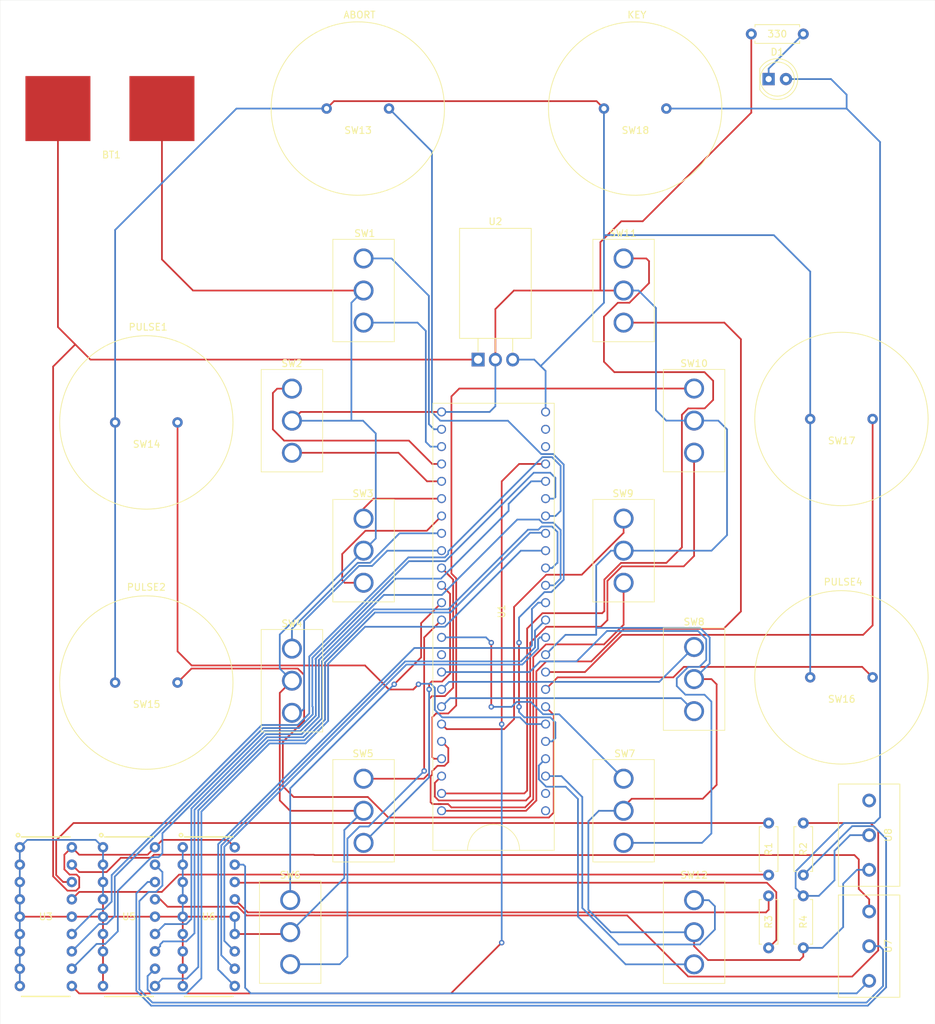
<source format=kicad_pcb>
(kicad_pcb (version 20171130) (host pcbnew "(5.1.9-0-10_14)")

  (general
    (thickness 1.6)
    (drawings 9)
    (tracks 690)
    (zones 0)
    (modules 32)
    (nets 61)
  )

  (page A4)
  (title_block
    (date 2020-09-20)
    (rev Launchbox)
    (company v01)
    (comment 4 "Author: Ankit Khandelwal")
  )

  (layers
    (0 F.Cu signal)
    (31 B.Cu signal)
    (32 B.Adhes user)
    (33 F.Adhes user)
    (34 B.Paste user)
    (35 F.Paste user)
    (36 B.SilkS user)
    (37 F.SilkS user)
    (38 B.Mask user)
    (39 F.Mask user)
    (40 Dwgs.User user)
    (41 Cmts.User user)
    (42 Eco1.User user)
    (43 Eco2.User user)
    (44 Edge.Cuts user)
    (45 Margin user)
    (46 B.CrtYd user)
    (47 F.CrtYd user)
    (48 B.Fab user)
    (49 F.Fab user)
  )

  (setup
    (last_trace_width 0.25)
    (trace_clearance 0.2)
    (zone_clearance 0.508)
    (zone_45_only no)
    (trace_min 0.2)
    (via_size 0.8)
    (via_drill 0.4)
    (via_min_size 0.4)
    (via_min_drill 0.3)
    (uvia_size 0.3)
    (uvia_drill 0.1)
    (uvias_allowed no)
    (uvia_min_size 0.2)
    (uvia_min_drill 0.1)
    (edge_width 0.05)
    (segment_width 0.2)
    (pcb_text_width 0.3)
    (pcb_text_size 1.5 1.5)
    (mod_edge_width 0.12)
    (mod_text_size 1 1)
    (mod_text_width 0.15)
    (pad_size 1.524 1.524)
    (pad_drill 0.762)
    (pad_to_mask_clearance 0.0508)
    (aux_axis_origin 0 0)
    (visible_elements 7FFFFFFF)
    (pcbplotparams
      (layerselection 0x010f0_ffffffff)
      (usegerberextensions false)
      (usegerberattributes false)
      (usegerberadvancedattributes false)
      (creategerberjobfile false)
      (excludeedgelayer true)
      (linewidth 0.100000)
      (plotframeref false)
      (viasonmask false)
      (mode 1)
      (useauxorigin false)
      (hpglpennumber 1)
      (hpglpenspeed 20)
      (hpglpendiameter 15.000000)
      (psnegative false)
      (psa4output false)
      (plotreference true)
      (plotvalue false)
      (plotinvisibletext false)
      (padsonsilk true)
      (subtractmaskfromsilk false)
      (outputformat 1)
      (mirror false)
      (drillshape 0)
      (scaleselection 1)
      (outputdirectory "gerbers/"))
  )

  (net 0 "")
  (net 1 GND)
  (net 2 "Net-(SW1-Pad1)")
  (net 3 "Net-(SW1-Pad3)")
  (net 4 "Net-(SW2-Pad1)")
  (net 5 "Net-(SW2-Pad3)")
  (net 6 "Net-(SW3-Pad3)")
  (net 7 "Net-(SW3-Pad1)")
  (net 8 "Net-(SW4-Pad1)")
  (net 9 "Net-(SW4-Pad3)")
  (net 10 "Net-(SW6-Pad1)")
  (net 11 "Net-(SW6-Pad3)")
  (net 12 "Net-(SW7-Pad3)")
  (net 13 "Net-(SW7-Pad1)")
  (net 14 "Net-(SW8-Pad1)")
  (net 15 "Net-(SW8-Pad3)")
  (net 16 "Net-(SW9-Pad3)")
  (net 17 "Net-(SW9-Pad1)")
  (net 18 "Net-(SW10-Pad3)")
  (net 19 "Net-(SW10-Pad1)")
  (net 20 "Net-(SW11-Pad1)")
  (net 21 "Net-(SW11-Pad3)")
  (net 22 "Net-(SW12-Pad1)")
  (net 23 "Net-(SW12-Pad3)")
  (net 24 "Net-(SW13-Pad1)")
  (net 25 "Net-(SW14-Pad2)")
  (net 26 "Net-(SW15-Pad2)")
  (net 27 "Net-(SW16-Pad2)")
  (net 28 "Net-(SW17-Pad2)")
  (net 29 "Net-(U1-Pad47)")
  (net 30 "Net-(U1-Pad33)")
  (net 31 "Net-(U1-Pad34)")
  (net 32 "Net-(U1-Pad13)")
  (net 33 "Net-(U1-Pad14)")
  (net 34 "Net-(U1-Pad15)")
  (net 35 "Net-(U1-Pad16)")
  (net 36 "Net-(U1-Pad17)")
  (net 37 "Net-(U1-Pad18)")
  (net 38 "Net-(U1-Pad19)")
  (net 39 "Net-(U1-Pad20)")
  (net 40 "Net-(U1-Pad21)")
  (net 41 "Net-(U1-Pad22)")
  (net 42 "Net-(U1-Pad23)")
  (net 43 "Net-(U1-Pad42)")
  (net 44 "Net-(U1-Pad41)")
  (net 45 "Net-(SW5-Pad1)")
  (net 46 "Net-(SW5-Pad3)")
  (net 47 "Net-(SW13-Pad2)")
  (net 48 VCC)
  (net 49 "Net-(R1-Pad2)")
  (net 50 "Net-(R1-Pad1)")
  (net 51 "Net-(R2-Pad2)")
  (net 52 "Net-(R2-Pad1)")
  (net 53 "Net-(R3-Pad2)")
  (net 54 "Net-(R3-Pad1)")
  (net 55 "Net-(U3-Pad17)")
  (net 56 "Net-(U5-Pad17)")
  (net 57 "Net-(U6-Pad17)")
  (net 58 "Net-(U8-Pad3)")
  (net 59 "Net-(D1-Pad2)")
  (net 60 "Net-(D1-Pad1)")

  (net_class Default "This is the default net class."
    (clearance 0.2)
    (trace_width 0.25)
    (via_dia 0.8)
    (via_drill 0.4)
    (uvia_dia 0.3)
    (uvia_drill 0.1)
    (add_net GND)
    (add_net "Net-(D1-Pad1)")
    (add_net "Net-(D1-Pad2)")
    (add_net "Net-(R1-Pad1)")
    (add_net "Net-(R1-Pad2)")
    (add_net "Net-(R2-Pad1)")
    (add_net "Net-(R2-Pad2)")
    (add_net "Net-(R3-Pad1)")
    (add_net "Net-(R3-Pad2)")
    (add_net "Net-(SW1-Pad1)")
    (add_net "Net-(SW1-Pad3)")
    (add_net "Net-(SW10-Pad1)")
    (add_net "Net-(SW10-Pad3)")
    (add_net "Net-(SW11-Pad1)")
    (add_net "Net-(SW11-Pad3)")
    (add_net "Net-(SW12-Pad1)")
    (add_net "Net-(SW12-Pad3)")
    (add_net "Net-(SW13-Pad1)")
    (add_net "Net-(SW13-Pad2)")
    (add_net "Net-(SW14-Pad2)")
    (add_net "Net-(SW15-Pad2)")
    (add_net "Net-(SW16-Pad2)")
    (add_net "Net-(SW17-Pad2)")
    (add_net "Net-(SW2-Pad1)")
    (add_net "Net-(SW2-Pad3)")
    (add_net "Net-(SW3-Pad1)")
    (add_net "Net-(SW3-Pad3)")
    (add_net "Net-(SW4-Pad1)")
    (add_net "Net-(SW4-Pad3)")
    (add_net "Net-(SW5-Pad1)")
    (add_net "Net-(SW5-Pad3)")
    (add_net "Net-(SW6-Pad1)")
    (add_net "Net-(SW6-Pad3)")
    (add_net "Net-(SW7-Pad1)")
    (add_net "Net-(SW7-Pad3)")
    (add_net "Net-(SW8-Pad1)")
    (add_net "Net-(SW8-Pad3)")
    (add_net "Net-(SW9-Pad1)")
    (add_net "Net-(SW9-Pad3)")
    (add_net "Net-(U1-Pad13)")
    (add_net "Net-(U1-Pad14)")
    (add_net "Net-(U1-Pad15)")
    (add_net "Net-(U1-Pad16)")
    (add_net "Net-(U1-Pad17)")
    (add_net "Net-(U1-Pad18)")
    (add_net "Net-(U1-Pad19)")
    (add_net "Net-(U1-Pad20)")
    (add_net "Net-(U1-Pad21)")
    (add_net "Net-(U1-Pad22)")
    (add_net "Net-(U1-Pad23)")
    (add_net "Net-(U1-Pad33)")
    (add_net "Net-(U1-Pad34)")
    (add_net "Net-(U1-Pad41)")
    (add_net "Net-(U1-Pad42)")
    (add_net "Net-(U1-Pad47)")
    (add_net "Net-(U3-Pad17)")
    (add_net "Net-(U5-Pad17)")
    (add_net "Net-(U6-Pad17)")
    (add_net "Net-(U8-Pad3)")
    (add_net VCC)
  )

  (module Launchbox:Pushbutton (layer F.Cu) (tedit 6015C428) (tstamp 60161C5C)
    (at 120.65 45.974)
    (path /60343190)
    (fp_text reference SW18 (at 0.04064 3.19024) (layer F.SilkS)
      (effects (font (size 1 1) (thickness 0.15)))
    )
    (fp_text value SW_Push (at 0.0254 -3.6068) (layer F.Fab)
      (effects (font (size 1 1) (thickness 0.15)))
    )
    (fp_circle (center 0 0) (end 12.7 0) (layer F.SilkS) (width 0.12))
    (pad 2 thru_hole circle (at 4.572 0) (size 1.524 1.524) (drill 0.762) (layers *.Cu *.Mask)
      (net 59 "Net-(D1-Pad2)"))
    (pad 1 thru_hole circle (at -4.572 0) (size 1.524 1.524) (drill 0.762) (layers *.Cu *.Mask)
      (net 24 "Net-(SW13-Pad1)"))
  )

  (module Resistor_THT:R_Axial_DIN0207_L6.3mm_D2.5mm_P7.62mm_Horizontal (layer F.Cu) (tedit 5AE5139B) (tstamp 601A1B81)
    (at 137.668 35.052)
    (descr "Resistor, Axial_DIN0207 series, Axial, Horizontal, pin pitch=7.62mm, 0.25W = 1/4W, length*diameter=6.3*2.5mm^2, http://cdn-reichelt.de/documents/datenblatt/B400/1_4W%23YAG.pdf")
    (tags "Resistor Axial_DIN0207 series Axial Horizontal pin pitch 7.62mm 0.25W = 1/4W length 6.3mm diameter 2.5mm")
    (path /60230841)
    (fp_text reference 330 (at 3.81 0) (layer F.SilkS)
      (effects (font (size 1 1) (thickness 0.15)))
    )
    (fp_text value R_US (at 3.81 2.37) (layer F.Fab)
      (effects (font (size 1 1) (thickness 0.15)))
    )
    (fp_text user %R (at 3.81 0) (layer F.Fab)
      (effects (font (size 1 1) (thickness 0.15)))
    )
    (fp_line (start 0.66 -1.25) (end 0.66 1.25) (layer F.Fab) (width 0.1))
    (fp_line (start 0.66 1.25) (end 6.96 1.25) (layer F.Fab) (width 0.1))
    (fp_line (start 6.96 1.25) (end 6.96 -1.25) (layer F.Fab) (width 0.1))
    (fp_line (start 6.96 -1.25) (end 0.66 -1.25) (layer F.Fab) (width 0.1))
    (fp_line (start 0 0) (end 0.66 0) (layer F.Fab) (width 0.1))
    (fp_line (start 7.62 0) (end 6.96 0) (layer F.Fab) (width 0.1))
    (fp_line (start 0.54 -1.04) (end 0.54 -1.37) (layer F.SilkS) (width 0.12))
    (fp_line (start 0.54 -1.37) (end 7.08 -1.37) (layer F.SilkS) (width 0.12))
    (fp_line (start 7.08 -1.37) (end 7.08 -1.04) (layer F.SilkS) (width 0.12))
    (fp_line (start 0.54 1.04) (end 0.54 1.37) (layer F.SilkS) (width 0.12))
    (fp_line (start 0.54 1.37) (end 7.08 1.37) (layer F.SilkS) (width 0.12))
    (fp_line (start 7.08 1.37) (end 7.08 1.04) (layer F.SilkS) (width 0.12))
    (fp_line (start -1.05 -1.5) (end -1.05 1.5) (layer F.CrtYd) (width 0.05))
    (fp_line (start -1.05 1.5) (end 8.67 1.5) (layer F.CrtYd) (width 0.05))
    (fp_line (start 8.67 1.5) (end 8.67 -1.5) (layer F.CrtYd) (width 0.05))
    (fp_line (start 8.67 -1.5) (end -1.05 -1.5) (layer F.CrtYd) (width 0.05))
    (pad 2 thru_hole oval (at 7.62 0) (size 1.6 1.6) (drill 0.8) (layers *.Cu *.Mask)
      (net 60 "Net-(D1-Pad1)"))
    (pad 1 thru_hole circle (at 0 0) (size 1.6 1.6) (drill 0.8) (layers *.Cu *.Mask)
      (net 1 GND))
    (model ${KISYS3DMOD}/Resistor_THT.3dshapes/R_Axial_DIN0207_L6.3mm_D2.5mm_P7.62mm_Horizontal.wrl
      (at (xyz 0 0 0))
      (scale (xyz 1 1 1))
      (rotate (xyz 0 0 0))
    )
  )

  (module LED_THT:LED_D5.0mm (layer F.Cu) (tedit 5995936A) (tstamp 601A1B12)
    (at 140.208 41.656)
    (descr "LED, diameter 5.0mm, 2 pins, http://cdn-reichelt.de/documents/datenblatt/A500/LL-504BC2E-009.pdf")
    (tags "LED diameter 5.0mm 2 pins")
    (path /6021C346)
    (fp_text reference D1 (at 1.27 -3.96) (layer F.SilkS)
      (effects (font (size 1 1) (thickness 0.15)))
    )
    (fp_text value LED (at 1.27 3.96) (layer F.Fab)
      (effects (font (size 1 1) (thickness 0.15)))
    )
    (fp_text user %R (at 1.25 0) (layer F.Fab)
      (effects (font (size 0.8 0.8) (thickness 0.2)))
    )
    (fp_arc (start 1.27 0) (end -1.29 1.54483) (angle -148.9) (layer F.SilkS) (width 0.12))
    (fp_arc (start 1.27 0) (end -1.29 -1.54483) (angle 148.9) (layer F.SilkS) (width 0.12))
    (fp_arc (start 1.27 0) (end -1.23 -1.469694) (angle 299.1) (layer F.Fab) (width 0.1))
    (fp_circle (center 1.27 0) (end 3.77 0) (layer F.Fab) (width 0.1))
    (fp_circle (center 1.27 0) (end 3.77 0) (layer F.SilkS) (width 0.12))
    (fp_line (start -1.23 -1.469694) (end -1.23 1.469694) (layer F.Fab) (width 0.1))
    (fp_line (start -1.29 -1.545) (end -1.29 1.545) (layer F.SilkS) (width 0.12))
    (fp_line (start -1.95 -3.25) (end -1.95 3.25) (layer F.CrtYd) (width 0.05))
    (fp_line (start -1.95 3.25) (end 4.5 3.25) (layer F.CrtYd) (width 0.05))
    (fp_line (start 4.5 3.25) (end 4.5 -3.25) (layer F.CrtYd) (width 0.05))
    (fp_line (start 4.5 -3.25) (end -1.95 -3.25) (layer F.CrtYd) (width 0.05))
    (pad 2 thru_hole circle (at 2.54 0) (size 1.8 1.8) (drill 0.9) (layers *.Cu *.Mask)
      (net 59 "Net-(D1-Pad2)"))
    (pad 1 thru_hole rect (at 0 0) (size 1.8 1.8) (drill 0.9) (layers *.Cu *.Mask)
      (net 60 "Net-(D1-Pad1)"))
    (model ${KISYS3DMOD}/LED_THT.3dshapes/LED_D5.0mm.wrl
      (at (xyz 0 0 0))
      (scale (xyz 1 1 1))
      (rotate (xyz 0 0 0))
    )
  )

  (module Launchbox:SPDT_Slide_Switch (layer F.Cu) (tedit 6015C745) (tstamp 5F67F68E)
    (at 129.286 129.54 270)
    (path /5F606A46)
    (fp_text reference SW8 (at -8.382 0 180) (layer F.SilkS)
      (effects (font (size 1 1) (thickness 0.15)))
    )
    (fp_text value SW_SPDT_MSM (at -0.0254 -3.302 90) (layer F.Fab)
      (effects (font (size 1 1) (thickness 0.15)))
    )
    (fp_line (start -7.5 4.5) (end 7.5 4.5) (layer F.SilkS) (width 0.1016))
    (fp_line (start -7.5 4.5) (end -7.5 -4.5) (layer F.SilkS) (width 0.1016))
    (fp_line (start -7.5 -4.5) (end 7.5 -4.5) (layer F.SilkS) (width 0.1016))
    (fp_line (start 7.5 4.5) (end 7.5 -4.5) (layer F.SilkS) (width 0.1016))
    (pad 3 thru_hole circle (at 4.699 0 270) (size 2.921 2.921) (drill 2.159) (layers *.Cu *.Mask)
      (net 15 "Net-(SW8-Pad3)"))
    (pad 2 thru_hole circle (at 0 0 270) (size 2.921 2.921) (drill 2.159) (layers *.Cu *.Mask)
      (net 1 GND))
    (pad 1 thru_hole circle (at -4.699 0 270) (size 2.921 2.921) (drill 2.159) (layers *.Cu *.Mask)
      (net 14 "Net-(SW8-Pad1)"))
  )

  (module "Launchbox:Teensy 3.6" (layer F.Cu) (tedit 6015C8A4) (tstamp 601613BC)
    (at 99.905 119.619 90)
    (path /5F6324D3)
    (fp_text reference U1 (at 0 1.187 90) (layer F.SilkS)
      (effects (font (size 1 1) (thickness 0.15)))
    )
    (fp_text value Teensy3.6 (at -0.523 -1.353 90) (layer F.Fab)
      (effects (font (size 1 1) (thickness 0.15)))
    )
    (fp_line (start -35 -8.89) (end 30.48 -8.89) (layer F.SilkS) (width 0.1016))
    (fp_line (start 30.48 8.89) (end 30.48 -8.89) (layer F.SilkS) (width 0.1016))
    (fp_line (start -35 8.89) (end 30.48 8.89) (layer F.SilkS) (width 0.1016))
    (fp_line (start -35 -8.89) (end -35 8.89) (layer F.SilkS) (width 0.1016))
    (fp_arc (start -35 0) (end -35 -3.81) (angle 180) (layer F.SilkS) (width 0.1016))
    (pad 40 thru_hole circle (at 29.21 7.62 90) (size 1.3208 1.3208) (drill 0.9398) (layers *.Cu *.Mask)
      (net 24 "Net-(SW13-Pad1)"))
    (pad 41 thru_hole circle (at 26.67 7.62 90) (size 1.3208 1.3208) (drill 0.9398) (layers *.Cu *.Mask)
      (net 44 "Net-(U1-Pad41)"))
    (pad 42 thru_hole circle (at 24.13 7.62 90) (size 1.3208 1.3208) (drill 0.9398) (layers *.Cu *.Mask)
      (net 43 "Net-(U1-Pad42)"))
    (pad 23 thru_hole circle (at 21.59 7.62 90) (size 1.3208 1.3208) (drill 0.9398) (layers *.Cu *.Mask)
      (net 42 "Net-(U1-Pad23)"))
    (pad 22 thru_hole circle (at 19.05 7.62 90) (size 1.3208 1.3208) (drill 0.9398) (layers *.Cu *.Mask)
      (net 41 "Net-(U1-Pad22)"))
    (pad 21 thru_hole circle (at 16.51 7.62 90) (size 1.3208 1.3208) (drill 0.9398) (layers *.Cu *.Mask)
      (net 40 "Net-(U1-Pad21)"))
    (pad 20 thru_hole circle (at 13.97 7.62 90) (size 1.3208 1.3208) (drill 0.9398) (layers *.Cu *.Mask)
      (net 39 "Net-(U1-Pad20)"))
    (pad 19 thru_hole circle (at 11.43 7.62 90) (size 1.3208 1.3208) (drill 0.9398) (layers *.Cu *.Mask)
      (net 38 "Net-(U1-Pad19)"))
    (pad 18 thru_hole circle (at 8.89 7.62 90) (size 1.3208 1.3208) (drill 0.9398) (layers *.Cu *.Mask)
      (net 37 "Net-(U1-Pad18)"))
    (pad 17 thru_hole circle (at 6.35 7.62 90) (size 1.3208 1.3208) (drill 0.9398) (layers *.Cu *.Mask)
      (net 36 "Net-(U1-Pad17)"))
    (pad 16 thru_hole circle (at 3.81 7.62 90) (size 1.3208 1.3208) (drill 0.9398) (layers *.Cu *.Mask)
      (net 35 "Net-(U1-Pad16)"))
    (pad 15 thru_hole circle (at 1.27 7.62 90) (size 1.3208 1.3208) (drill 0.9398) (layers *.Cu *.Mask)
      (net 34 "Net-(U1-Pad15)"))
    (pad 14 thru_hole circle (at -1.27 7.62 90) (size 1.3208 1.3208) (drill 0.9398) (layers *.Cu *.Mask)
      (net 33 "Net-(U1-Pad14)"))
    (pad 13 thru_hole circle (at -3.81 7.62 90) (size 1.3208 1.3208) (drill 0.9398) (layers *.Cu *.Mask)
      (net 32 "Net-(U1-Pad13)"))
    (pad 43 thru_hole circle (at -6.35 7.62 90) (size 1.3208 1.3208) (drill 0.9398) (layers *.Cu *.Mask)
      (net 1 GND))
    (pad 44 thru_hole circle (at -8.89 7.62 90) (size 1.3208 1.3208) (drill 0.9398) (layers *.Cu *.Mask)
      (net 28 "Net-(SW17-Pad2)"))
    (pad 45 thru_hole circle (at -11.43 7.62 90) (size 1.3208 1.3208) (drill 0.9398) (layers *.Cu *.Mask)
      (net 27 "Net-(SW16-Pad2)"))
    (pad 39 thru_hole circle (at -13.97 7.62 90) (size 1.3208 1.3208) (drill 0.9398) (layers *.Cu *.Mask)
      (net 26 "Net-(SW15-Pad2)"))
    (pad 38 thru_hole circle (at -16.51 7.62 90) (size 1.3208 1.3208) (drill 0.9398) (layers *.Cu *.Mask)
      (net 25 "Net-(SW14-Pad2)"))
    (pad 37 thru_hole circle (at -19.05 7.62 90) (size 1.3208 1.3208) (drill 0.9398) (layers *.Cu *.Mask)
      (net 47 "Net-(SW13-Pad2)"))
    (pad 36 thru_hole circle (at -21.59 7.62 90) (size 1.3208 1.3208) (drill 0.9398) (layers *.Cu *.Mask)
      (net 23 "Net-(SW12-Pad3)"))
    (pad 35 thru_hole circle (at -24.13 7.62 90) (size 1.3208 1.3208) (drill 0.9398) (layers *.Cu *.Mask)
      (net 22 "Net-(SW12-Pad1)"))
    (pad 34 thru_hole circle (at -26.67 7.62 90) (size 1.3208 1.3208) (drill 0.9398) (layers *.Cu *.Mask)
      (net 31 "Net-(U1-Pad34)"))
    (pad 33 thru_hole circle (at -29.21 7.62 90) (size 1.3208 1.3208) (drill 0.9398) (layers *.Cu *.Mask)
      (net 30 "Net-(U1-Pad33)"))
    (pad 46 thru_hole circle (at 29.21 -7.62 90) (size 1.3208 1.3208) (drill 0.9398) (layers *.Cu *.Mask)
      (net 1 GND))
    (pad 0 thru_hole circle (at 26.67 -7.62 90) (size 1.3208 1.3208) (drill 0.9398) (layers *.Cu *.Mask)
      (net 2 "Net-(SW1-Pad1)"))
    (pad 1 thru_hole circle (at 24.13 -7.62 90) (size 1.3208 1.3208) (drill 0.9398) (layers *.Cu *.Mask)
      (net 3 "Net-(SW1-Pad3)"))
    (pad 2 thru_hole circle (at 21.59 -7.62 90) (size 1.3208 1.3208) (drill 0.9398) (layers *.Cu *.Mask)
      (net 4 "Net-(SW2-Pad1)"))
    (pad 3 thru_hole circle (at 19.05 -7.62 90) (size 1.3208 1.3208) (drill 0.9398) (layers *.Cu *.Mask)
      (net 5 "Net-(SW2-Pad3)"))
    (pad 4 thru_hole circle (at 16.51 -7.62 90) (size 1.3208 1.3208) (drill 0.9398) (layers *.Cu *.Mask)
      (net 7 "Net-(SW3-Pad1)"))
    (pad 5 thru_hole circle (at 13.97 -7.62 90) (size 1.3208 1.3208) (drill 0.9398) (layers *.Cu *.Mask)
      (net 6 "Net-(SW3-Pad3)"))
    (pad 6 thru_hole circle (at 11.43 -7.62 90) (size 1.3208 1.3208) (drill 0.9398) (layers *.Cu *.Mask)
      (net 8 "Net-(SW4-Pad1)"))
    (pad 7 thru_hole circle (at 8.89 -7.62 90) (size 1.3208 1.3208) (drill 0.9398) (layers *.Cu *.Mask)
      (net 9 "Net-(SW4-Pad3)"))
    (pad 8 thru_hole circle (at 6.35 -7.62 90) (size 1.3208 1.3208) (drill 0.9398) (layers *.Cu *.Mask)
      (net 45 "Net-(SW5-Pad1)"))
    (pad 9 thru_hole circle (at 3.81 -7.62 90) (size 1.3208 1.3208) (drill 0.9398) (layers *.Cu *.Mask)
      (net 46 "Net-(SW5-Pad3)"))
    (pad 10 thru_hole circle (at 1.27 -7.62 90) (size 1.3208 1.3208) (drill 0.9398) (layers *.Cu *.Mask)
      (net 10 "Net-(SW6-Pad1)"))
    (pad 11 thru_hole circle (at -1.27 -7.62 90) (size 1.3208 1.3208) (drill 0.9398) (layers *.Cu *.Mask)
      (net 11 "Net-(SW6-Pad3)"))
    (pad 12 thru_hole circle (at -3.81 -7.62 90) (size 1.3208 1.3208) (drill 0.9398) (layers *.Cu *.Mask)
      (net 13 "Net-(SW7-Pad1)"))
    (pad 47 thru_hole circle (at -6.35 -7.62 90) (size 1.3208 1.3208) (drill 0.9398) (layers *.Cu *.Mask)
      (net 29 "Net-(U1-Pad47)"))
    (pad 24 thru_hole circle (at -8.89 -7.62 90) (size 1.3208 1.3208) (drill 0.9398) (layers *.Cu *.Mask)
      (net 12 "Net-(SW7-Pad3)"))
    (pad 25 thru_hole circle (at -11.43 -7.62 90) (size 1.3208 1.3208) (drill 0.9398) (layers *.Cu *.Mask)
      (net 14 "Net-(SW8-Pad1)"))
    (pad 26 thru_hole circle (at -13.97 -7.62 90) (size 1.3208 1.3208) (drill 0.9398) (layers *.Cu *.Mask)
      (net 15 "Net-(SW8-Pad3)"))
    (pad 27 thru_hole circle (at -16.51 -7.62 90) (size 1.3208 1.3208) (drill 0.9398) (layers *.Cu *.Mask)
      (net 17 "Net-(SW9-Pad1)"))
    (pad 28 thru_hole circle (at -19.05 -7.62 90) (size 1.3208 1.3208) (drill 0.9398) (layers *.Cu *.Mask)
      (net 16 "Net-(SW9-Pad3)"))
    (pad 29 thru_hole circle (at -21.59 -7.62 90) (size 1.3208 1.3208) (drill 0.9398) (layers *.Cu *.Mask)
      (net 19 "Net-(SW10-Pad1)"))
    (pad 30 thru_hole circle (at -24.13 -7.62 90) (size 1.3208 1.3208) (drill 0.9398) (layers *.Cu *.Mask)
      (net 18 "Net-(SW10-Pad3)"))
    (pad 31 thru_hole circle (at -26.67 -7.62 90) (size 1.3208 1.3208) (drill 0.9398) (layers *.Cu *.Mask)
      (net 20 "Net-(SW11-Pad1)"))
    (pad 32 thru_hole circle (at -29.21 -7.62 90) (size 1.3208 1.3208) (drill 0.9398) (layers *.Cu *.Mask)
      (net 21 "Net-(SW11-Pad3)"))
  )

  (module Launchbox:HT12E (layer F.Cu) (tedit 60156723) (tstamp 601620A7)
    (at 58.166 164.338 270)
    (path /6039DE46)
    (fp_text reference U6 (at 0 0 180) (layer F.SilkS)
      (effects (font (size 1 1) (thickness 0.15)))
    )
    (fp_text value HT12E (at 1.778 -0.254 180) (layer F.Fab)
      (effects (font (size 1 1) (thickness 0.15)))
    )
    (fp_circle (center -11.938 4.064) (end -11.684 4.064) (layer F.SilkS) (width 0.2032))
    (fp_line (start 11.684 -3.556) (end 11.684 3.556) (layer F.SilkS) (width 0.2032))
    (fp_line (start -11.684 -3.556) (end -11.684 3.556) (layer F.SilkS) (width 0.2032))
    (fp_line (start 11.684 -3.556) (end -11.684 -3.556) (layer F.Fab) (width 0.1016))
    (fp_line (start 11.684 3.556) (end -11.684 3.556) (layer F.Fab) (width 0.1016))
    (fp_line (start -11.684 3.556) (end -11.684 -3.556) (layer F.Fab) (width 0.1016))
    (fp_line (start 11.684 3.556) (end 11.684 -3.556) (layer F.Fab) (width 0.1016))
    (fp_arc (start -11.684 0) (end -11.684 -1.27) (angle 180) (layer F.Fab) (width 0.1016))
    (pad 17 thru_hole circle (at -7.62 -3.81 270) (size 1.524 1.524) (drill 0.762) (layers *.Cu *.Mask)
      (net 57 "Net-(U6-Pad17)"))
    (pad 12 thru_hole circle (at 5.08 -3.81 270) (size 1.524 1.524) (drill 0.762) (layers *.Cu *.Mask)
      (net 32 "Net-(U1-Pad13)"))
    (pad 11 thru_hole circle (at 7.62 -3.81 270) (size 1.524 1.524) (drill 0.762) (layers *.Cu *.Mask)
      (net 33 "Net-(U1-Pad14)"))
    (pad 18 thru_hole circle (at -10.16 -3.81 270) (size 1.524 1.524) (drill 0.762) (layers *.Cu *.Mask)
      (net 48 VCC))
    (pad 16 thru_hole circle (at -5.08 -3.81 270) (size 1.524 1.524) (drill 0.762) (layers *.Cu *.Mask)
      (net 54 "Net-(R3-Pad1)"))
    (pad 13 thru_hole circle (at 2.54 -3.81 270) (size 1.524 1.524) (drill 0.762) (layers *.Cu *.Mask)
      (net 1 GND))
    (pad 14 thru_hole circle (at 0 -3.81 270) (size 1.524 1.524) (drill 0.762) (layers *.Cu *.Mask)
      (net 1 GND))
    (pad 15 thru_hole circle (at -2.54 -3.81 270) (size 1.524 1.524) (drill 0.762) (layers *.Cu *.Mask)
      (net 53 "Net-(R3-Pad2)"))
    (pad 10 thru_hole circle (at 10.16 -3.81 270) (size 1.524 1.524) (drill 0.762) (layers *.Cu *.Mask)
      (net 34 "Net-(U1-Pad15)"))
    (pad 9 thru_hole circle (at 10.16 3.81 270) (size 1.524 1.524) (drill 0.762) (layers *.Cu *.Mask)
      (net 1 GND))
    (pad 8 thru_hole circle (at 7.62 3.81 270) (size 1.524 1.524) (drill 0.762) (layers *.Cu *.Mask)
      (net 1 GND))
    (pad 7 thru_hole circle (at 5.08 3.81 270) (size 1.524 1.524) (drill 0.762) (layers *.Cu *.Mask)
      (net 1 GND))
    (pad 6 thru_hole circle (at 2.54 3.81 270) (size 1.524 1.524) (drill 0.762) (layers *.Cu *.Mask)
      (net 1 GND))
    (pad 5 thru_hole circle (at 0 3.81 270) (size 1.524 1.524) (drill 0.762) (layers *.Cu *.Mask)
      (net 1 GND))
    (pad 4 thru_hole circle (at -2.54 3.81 270) (size 1.524 1.524) (drill 0.762) (layers *.Cu *.Mask)
      (net 1 GND))
    (pad 3 thru_hole circle (at -5.08 3.81 270) (size 1.524 1.524) (drill 0.762) (layers *.Cu *.Mask)
      (net 1 GND))
    (pad 2 thru_hole circle (at -7.62 3.81 270) (size 1.524 1.524) (drill 0.762) (layers *.Cu *.Mask)
      (net 1 GND))
    (pad 1 thru_hole circle (at -10.16 3.81 270) (size 1.524 1.524) (drill 0.762) (layers *.Cu *.Mask)
      (net 1 GND))
  )

  (module Launchbox:SPDT_Slide_Switch (layer F.Cu) (tedit 6015C745) (tstamp 5F67F69A)
    (at 118.955 110.729 270)
    (path /5F605C35)
    (fp_text reference SW9 (at -8.367 0.083 180) (layer F.SilkS)
      (effects (font (size 1 1) (thickness 0.15)))
    )
    (fp_text value SW_SPDT_MSM (at -0.0254 -3.219 90) (layer F.Fab)
      (effects (font (size 1 1) (thickness 0.15)))
    )
    (fp_line (start -7.5 4.5) (end 7.5 4.5) (layer F.SilkS) (width 0.1016))
    (fp_line (start -7.5 4.5) (end -7.5 -4.5) (layer F.SilkS) (width 0.1016))
    (fp_line (start -7.5 -4.5) (end 7.5 -4.5) (layer F.SilkS) (width 0.1016))
    (fp_line (start 7.5 4.5) (end 7.5 -4.5) (layer F.SilkS) (width 0.1016))
    (pad 3 thru_hole circle (at 4.699 0 270) (size 2.921 2.921) (drill 2.159) (layers *.Cu *.Mask)
      (net 16 "Net-(SW9-Pad3)"))
    (pad 2 thru_hole circle (at 0 0 270) (size 2.921 2.921) (drill 2.159) (layers *.Cu *.Mask)
      (net 1 GND))
    (pad 1 thru_hole circle (at -4.699 0 270) (size 2.921 2.921) (drill 2.159) (layers *.Cu *.Mask)
      (net 17 "Net-(SW9-Pad1)"))
  )

  (module Launchbox:SPDT_Slide_Switch (layer F.Cu) (tedit 6015C745) (tstamp 5F67F682)
    (at 118.955 148.829 270)
    (path /5F607311)
    (fp_text reference SW7 (at -8.367 -0.171 180) (layer F.SilkS)
      (effects (font (size 1 1) (thickness 0.15)))
    )
    (fp_text value SW_SPDT_MSM (at 0.015 -3.219 90) (layer F.Fab)
      (effects (font (size 1 1) (thickness 0.15)))
    )
    (fp_line (start -7.5 4.5) (end 7.5 4.5) (layer F.SilkS) (width 0.1016))
    (fp_line (start -7.5 4.5) (end -7.5 -4.5) (layer F.SilkS) (width 0.1016))
    (fp_line (start -7.5 -4.5) (end 7.5 -4.5) (layer F.SilkS) (width 0.1016))
    (fp_line (start 7.5 4.5) (end 7.5 -4.5) (layer F.SilkS) (width 0.1016))
    (pad 3 thru_hole circle (at 4.699 0 270) (size 2.921 2.921) (drill 2.159) (layers *.Cu *.Mask)
      (net 12 "Net-(SW7-Pad3)"))
    (pad 2 thru_hole circle (at 0 0 270) (size 2.921 2.921) (drill 2.159) (layers *.Cu *.Mask)
      (net 1 GND))
    (pad 1 thru_hole circle (at -4.699 0 270) (size 2.921 2.921) (drill 2.159) (layers *.Cu *.Mask)
      (net 13 "Net-(SW7-Pad1)"))
  )

  (module Launchbox:ScrewTerminals (layer F.Cu) (tedit 60161A8B) (tstamp 6015CE63)
    (at 154.94 152.4 90)
    (path /60190F41)
    (fp_text reference U8 (at 0.02 2.794 90) (layer F.SilkS)
      (effects (font (size 1 1) (thickness 0.15)))
    )
    (fp_text value SerialScrewTerminals (at 0 -2.032 90) (layer F.Fab)
      (effects (font (size 1 1) (thickness 0.15)))
    )
    (fp_line (start -7.493 4.5) (end 7.493 4.5) (layer F.SilkS) (width 0.12))
    (fp_line (start -7.493 4.5) (end -7.493 -4.5) (layer F.SilkS) (width 0.12))
    (fp_line (start -7.493 -4.5) (end 7.493 -4.5) (layer F.SilkS) (width 0.12))
    (fp_line (start 7.493 4.5) (end 7.493 -4.5) (layer F.SilkS) (width 0.12))
    (pad 3 thru_hole circle (at 5.08 0 90) (size 2 2) (drill 1.2) (layers *.Cu *.Mask)
      (net 58 "Net-(U8-Pad3)"))
    (pad 2 thru_hole circle (at 0 0 90) (size 2 2) (drill 1.2) (layers *.Cu *.Mask)
      (net 59 "Net-(D1-Pad2)"))
    (pad 1 thru_hole circle (at -5.08 0 90) (size 2 2) (drill 1.2) (layers *.Cu *.Mask)
      (net 1 GND))
  )

  (module Launchbox:SPDT_Slide_Switch (layer F.Cu) (tedit 6015C745) (tstamp 60161910)
    (at 80.855 110.729 270)
    (path /5F605329)
    (fp_text reference SW3 (at -8.367 0.083 180) (layer F.SilkS)
      (effects (font (size 1 1) (thickness 0.15)))
    )
    (fp_text value SW_SPDT_MSM (at -0.0254 -3.219 90) (layer F.Fab)
      (effects (font (size 1 1) (thickness 0.15)))
    )
    (fp_line (start -7.5 4.5) (end 7.5 4.5) (layer F.SilkS) (width 0.1016))
    (fp_line (start -7.5 4.5) (end -7.5 -4.5) (layer F.SilkS) (width 0.1016))
    (fp_line (start -7.5 -4.5) (end 7.5 -4.5) (layer F.SilkS) (width 0.1016))
    (fp_line (start 7.5 4.5) (end 7.5 -4.5) (layer F.SilkS) (width 0.1016))
    (pad 3 thru_hole circle (at 4.699 0 270) (size 2.921 2.921) (drill 2.159) (layers *.Cu *.Mask)
      (net 6 "Net-(SW3-Pad3)"))
    (pad 2 thru_hole circle (at 0 0 270) (size 2.921 2.921) (drill 2.159) (layers *.Cu *.Mask)
      (net 1 GND))
    (pad 1 thru_hole circle (at -4.699 0 270) (size 2.921 2.921) (drill 2.159) (layers *.Cu *.Mask)
      (net 7 "Net-(SW3-Pad1)"))
  )

  (module Launchbox:SPDT_Slide_Switch (layer F.Cu) (tedit 6015C745) (tstamp 60161981)
    (at 80.855 148.829 270)
    (path /5F649AFA)
    (fp_text reference SW5 (at -8.367 0.083 180) (layer F.SilkS)
      (effects (font (size 1 1) (thickness 0.15)))
    )
    (fp_text value SW_SPDT_MSM (at -0.0254 -2.965 90) (layer F.Fab)
      (effects (font (size 1 1) (thickness 0.15)))
    )
    (fp_line (start -7.5 4.5) (end 7.5 4.5) (layer F.SilkS) (width 0.1016))
    (fp_line (start -7.5 4.5) (end -7.5 -4.5) (layer F.SilkS) (width 0.1016))
    (fp_line (start -7.5 -4.5) (end 7.5 -4.5) (layer F.SilkS) (width 0.1016))
    (fp_line (start 7.5 4.5) (end 7.5 -4.5) (layer F.SilkS) (width 0.1016))
    (pad 3 thru_hole circle (at 4.699 0 270) (size 2.921 2.921) (drill 2.159) (layers *.Cu *.Mask)
      (net 46 "Net-(SW5-Pad3)"))
    (pad 2 thru_hole circle (at 0 0 270) (size 2.921 2.921) (drill 2.159) (layers *.Cu *.Mask)
      (net 1 GND))
    (pad 1 thru_hole circle (at -4.699 0 270) (size 2.921 2.921) (drill 2.159) (layers *.Cu *.Mask)
      (net 45 "Net-(SW5-Pad1)"))
  )

  (module Launchbox:ScrewTerminals (layer F.Cu) (tedit 60161A8B) (tstamp 60162ACF)
    (at 154.94 168.656 90)
    (path /60171D48)
    (fp_text reference U7 (at 0.02 2.794 90) (layer F.SilkS)
      (effects (font (size 1 1) (thickness 0.15)))
    )
    (fp_text value SerialScrewTerminals (at 0 -2.032 90) (layer F.Fab)
      (effects (font (size 1 1) (thickness 0.15)))
    )
    (fp_line (start -7.493 4.5) (end 7.493 4.5) (layer F.SilkS) (width 0.12))
    (fp_line (start -7.493 4.5) (end -7.493 -4.5) (layer F.SilkS) (width 0.12))
    (fp_line (start -7.493 -4.5) (end 7.493 -4.5) (layer F.SilkS) (width 0.12))
    (fp_line (start 7.493 4.5) (end 7.493 -4.5) (layer F.SilkS) (width 0.12))
    (pad 3 thru_hole circle (at 5.08 0 90) (size 2 2) (drill 1.2) (layers *.Cu *.Mask)
      (net 55 "Net-(U3-Pad17)"))
    (pad 2 thru_hole circle (at 0 0 90) (size 2 2) (drill 1.2) (layers *.Cu *.Mask)
      (net 56 "Net-(U5-Pad17)"))
    (pad 1 thru_hole circle (at -5.08 0 90) (size 2 2) (drill 1.2) (layers *.Cu *.Mask)
      (net 57 "Net-(U6-Pad17)"))
  )

  (module Launchbox:Pushbutton (layer F.Cu) (tedit 6015C428) (tstamp 5F68065E)
    (at 49.022 91.948)
    (path /5F6D856D)
    (fp_text reference SW14 (at 0.04064 3.19024) (layer F.SilkS)
      (effects (font (size 1 1) (thickness 0.15)))
    )
    (fp_text value SW_Push (at 0.0254 -3.6068) (layer F.Fab)
      (effects (font (size 1 1) (thickness 0.15)))
    )
    (fp_circle (center 0 0) (end 12.7 0) (layer F.SilkS) (width 0.12))
    (pad 2 thru_hole circle (at 4.572 0) (size 1.524 1.524) (drill 0.762) (layers *.Cu *.Mask)
      (net 25 "Net-(SW14-Pad2)"))
    (pad 1 thru_hole circle (at -4.572 0) (size 1.524 1.524) (drill 0.762) (layers *.Cu *.Mask)
      (net 24 "Net-(SW13-Pad1)"))
  )

  (module Launchbox:Pushbutton (layer F.Cu) (tedit 6015C428) (tstamp 60161C37)
    (at 80.01 45.974)
    (path /5F6D38A1)
    (fp_text reference SW13 (at 0.04064 3.19024) (layer F.SilkS)
      (effects (font (size 1 1) (thickness 0.15)))
    )
    (fp_text value SW_Push (at 0.0254 -3.6068) (layer F.Fab)
      (effects (font (size 1 1) (thickness 0.15)))
    )
    (fp_circle (center 0 0) (end 12.7 0) (layer F.SilkS) (width 0.12))
    (pad 2 thru_hole circle (at 4.572 0) (size 1.524 1.524) (drill 0.762) (layers *.Cu *.Mask)
      (net 47 "Net-(SW13-Pad2)"))
    (pad 1 thru_hole circle (at -4.572 0) (size 1.524 1.524) (drill 0.762) (layers *.Cu *.Mask)
      (net 24 "Net-(SW13-Pad1)"))
  )

  (module Launchbox:SPDT_Slide_Switch (layer F.Cu) (tedit 6015C745) (tstamp 60161072)
    (at 70.358 91.694 270)
    (path /5F604B92)
    (fp_text reference SW2 (at -8.382 0 180) (layer F.SilkS)
      (effects (font (size 1 1) (thickness 0.15)))
    )
    (fp_text value SW_SPDT_MSM (at 0 -3.302 90) (layer F.Fab)
      (effects (font (size 1 1) (thickness 0.15)))
    )
    (fp_line (start -7.5 4.5) (end 7.5 4.5) (layer F.SilkS) (width 0.1016))
    (fp_line (start -7.5 4.5) (end -7.5 -4.5) (layer F.SilkS) (width 0.1016))
    (fp_line (start -7.5 -4.5) (end 7.5 -4.5) (layer F.SilkS) (width 0.1016))
    (fp_line (start 7.5 4.5) (end 7.5 -4.5) (layer F.SilkS) (width 0.1016))
    (pad 3 thru_hole circle (at 4.699 0 270) (size 2.921 2.921) (drill 2.159) (layers *.Cu *.Mask)
      (net 5 "Net-(SW2-Pad3)"))
    (pad 2 thru_hole circle (at 0 0 270) (size 2.921 2.921) (drill 2.159) (layers *.Cu *.Mask)
      (net 1 GND))
    (pad 1 thru_hole circle (at -4.699 0 270) (size 2.921 2.921) (drill 2.159) (layers *.Cu *.Mask)
      (net 4 "Net-(SW2-Pad1)"))
  )

  (module Launchbox:SPDT_Slide_Switch (layer F.Cu) (tedit 6015C745) (tstamp 5F67F6A6)
    (at 129.286 91.679 270)
    (path /5F606277)
    (fp_text reference SW10 (at -8.367 0 180) (layer F.SilkS)
      (effects (font (size 1 1) (thickness 0.15)))
    )
    (fp_text value SW_SPDT_MSM (at 0.269 -3.302 90) (layer F.Fab)
      (effects (font (size 1 1) (thickness 0.15)))
    )
    (fp_line (start -7.5 4.5) (end 7.5 4.5) (layer F.SilkS) (width 0.1016))
    (fp_line (start -7.5 4.5) (end -7.5 -4.5) (layer F.SilkS) (width 0.1016))
    (fp_line (start -7.5 -4.5) (end 7.5 -4.5) (layer F.SilkS) (width 0.1016))
    (fp_line (start 7.5 4.5) (end 7.5 -4.5) (layer F.SilkS) (width 0.1016))
    (pad 3 thru_hole circle (at 4.699 0 270) (size 2.921 2.921) (drill 2.159) (layers *.Cu *.Mask)
      (net 18 "Net-(SW10-Pad3)"))
    (pad 2 thru_hole circle (at 0 0 270) (size 2.921 2.921) (drill 2.159) (layers *.Cu *.Mask)
      (net 1 GND))
    (pad 1 thru_hole circle (at -4.699 0 270) (size 2.921 2.921) (drill 2.159) (layers *.Cu *.Mask)
      (net 19 "Net-(SW10-Pad1)"))
  )

  (module Launchbox:SPDT_Slide_Switch (layer F.Cu) (tedit 6015C745) (tstamp 5F68120C)
    (at 70.358 129.779 270)
    (path /5F605654)
    (fp_text reference SW4 (at -8.367 0 180) (layer F.SilkS)
      (effects (font (size 1 1) (thickness 0.15)))
    )
    (fp_text value SW_SPDT_MSM (at 0.015 -3.302 90) (layer F.Fab)
      (effects (font (size 1 1) (thickness 0.15)))
    )
    (fp_line (start -7.5 4.5) (end 7.5 4.5) (layer F.SilkS) (width 0.1016))
    (fp_line (start -7.5 4.5) (end -7.5 -4.5) (layer F.SilkS) (width 0.1016))
    (fp_line (start -7.5 -4.5) (end 7.5 -4.5) (layer F.SilkS) (width 0.1016))
    (fp_line (start 7.5 4.5) (end 7.5 -4.5) (layer F.SilkS) (width 0.1016))
    (pad 3 thru_hole circle (at 4.699 0 270) (size 2.921 2.921) (drill 2.159) (layers *.Cu *.Mask)
      (net 9 "Net-(SW4-Pad3)"))
    (pad 2 thru_hole circle (at 0 0 270) (size 2.921 2.921) (drill 2.159) (layers *.Cu *.Mask)
      (net 1 GND))
    (pad 1 thru_hole circle (at -4.699 0 270) (size 2.921 2.921) (drill 2.159) (layers *.Cu *.Mask)
      (net 8 "Net-(SW4-Pad1)"))
  )

  (module Launchbox:Pushbutton (layer F.Cu) (tedit 6015C428) (tstamp 5F680CE5)
    (at 150.876 129.286)
    (path /5F6D9158)
    (fp_text reference SW16 (at 0.04064 3.19024) (layer F.SilkS)
      (effects (font (size 1 1) (thickness 0.15)))
    )
    (fp_text value SW_Push (at 0.0254 -3.6068) (layer F.Fab)
      (effects (font (size 1 1) (thickness 0.15)))
    )
    (fp_circle (center 0 0) (end 12.7 0) (layer F.SilkS) (width 0.12))
    (pad 2 thru_hole circle (at 4.572 0) (size 1.524 1.524) (drill 0.762) (layers *.Cu *.Mask)
      (net 27 "Net-(SW16-Pad2)"))
    (pad 1 thru_hole circle (at -4.572 0) (size 1.524 1.524) (drill 0.762) (layers *.Cu *.Mask)
      (net 24 "Net-(SW13-Pad1)"))
  )

  (module Launchbox:Pushbutton (layer F.Cu) (tedit 6015C428) (tstamp 5F67F6D0)
    (at 49.022 130.048)
    (path /5F6D7EE9)
    (fp_text reference SW15 (at 0.04064 3.19024) (layer F.SilkS)
      (effects (font (size 1 1) (thickness 0.15)))
    )
    (fp_text value SW_Push (at 0.0254 -3.6068) (layer F.Fab)
      (effects (font (size 1 1) (thickness 0.15)))
    )
    (fp_circle (center 0 0) (end 12.7 0) (layer F.SilkS) (width 0.12))
    (pad 2 thru_hole circle (at 4.572 0) (size 1.524 1.524) (drill 0.762) (layers *.Cu *.Mask)
      (net 26 "Net-(SW15-Pad2)"))
    (pad 1 thru_hole circle (at -4.572 0) (size 1.524 1.524) (drill 0.762) (layers *.Cu *.Mask)
      (net 24 "Net-(SW13-Pad1)"))
  )

  (module Launchbox:SPDT_Slide_Switch (layer F.Cu) (tedit 6015C745) (tstamp 601616DE)
    (at 129.286 166.624 270)
    (path /5F64B120)
    (fp_text reference SW12 (at -8.382 0 180) (layer F.SilkS)
      (effects (font (size 1 1) (thickness 0.15)))
    )
    (fp_text value SW_SPDT_MSM (at -0.0254 -3.048 90) (layer F.Fab)
      (effects (font (size 1 1) (thickness 0.15)))
    )
    (fp_line (start -7.5 4.5) (end 7.5 4.5) (layer F.SilkS) (width 0.1016))
    (fp_line (start -7.5 4.5) (end -7.5 -4.5) (layer F.SilkS) (width 0.1016))
    (fp_line (start -7.5 -4.5) (end 7.5 -4.5) (layer F.SilkS) (width 0.1016))
    (fp_line (start 7.5 4.5) (end 7.5 -4.5) (layer F.SilkS) (width 0.1016))
    (pad 3 thru_hole circle (at 4.699 0 270) (size 2.921 2.921) (drill 2.159) (layers *.Cu *.Mask)
      (net 23 "Net-(SW12-Pad3)"))
    (pad 2 thru_hole circle (at 0 0 270) (size 2.921 2.921) (drill 2.159) (layers *.Cu *.Mask)
      (net 1 GND))
    (pad 1 thru_hole circle (at -4.699 0 270) (size 2.921 2.921) (drill 2.159) (layers *.Cu *.Mask)
      (net 22 "Net-(SW12-Pad1)"))
  )

  (module Resistor_THT:R_Axial_DIN0207_L6.3mm_D2.5mm_P7.62mm_Horizontal (layer F.Cu) (tedit 5AE5139B) (tstamp 60162735)
    (at 145.288 158.242 90)
    (descr "Resistor, Axial_DIN0207 series, Axial, Horizontal, pin pitch=7.62mm, 0.25W = 1/4W, length*diameter=6.3*2.5mm^2, http://cdn-reichelt.de/documents/datenblatt/B400/1_4W%23YAG.pdf")
    (tags "Resistor Axial_DIN0207 series Axial Horizontal pin pitch 7.62mm 0.25W = 1/4W length 6.3mm diameter 2.5mm")
    (path /6023ECFC)
    (fp_text reference R2 (at 3.81 0 90) (layer F.SilkS)
      (effects (font (size 1 1) (thickness 0.15)))
    )
    (fp_text value R_US (at 3.81 2.37 90) (layer F.Fab)
      (effects (font (size 1 1) (thickness 0.15)))
    )
    (fp_line (start 8.67 -1.5) (end -1.05 -1.5) (layer F.CrtYd) (width 0.05))
    (fp_line (start 8.67 1.5) (end 8.67 -1.5) (layer F.CrtYd) (width 0.05))
    (fp_line (start -1.05 1.5) (end 8.67 1.5) (layer F.CrtYd) (width 0.05))
    (fp_line (start -1.05 -1.5) (end -1.05 1.5) (layer F.CrtYd) (width 0.05))
    (fp_line (start 7.08 1.37) (end 7.08 1.04) (layer F.SilkS) (width 0.12))
    (fp_line (start 0.54 1.37) (end 7.08 1.37) (layer F.SilkS) (width 0.12))
    (fp_line (start 0.54 1.04) (end 0.54 1.37) (layer F.SilkS) (width 0.12))
    (fp_line (start 7.08 -1.37) (end 7.08 -1.04) (layer F.SilkS) (width 0.12))
    (fp_line (start 0.54 -1.37) (end 7.08 -1.37) (layer F.SilkS) (width 0.12))
    (fp_line (start 0.54 -1.04) (end 0.54 -1.37) (layer F.SilkS) (width 0.12))
    (fp_line (start 7.62 0) (end 6.96 0) (layer F.Fab) (width 0.1))
    (fp_line (start 0 0) (end 0.66 0) (layer F.Fab) (width 0.1))
    (fp_line (start 6.96 -1.25) (end 0.66 -1.25) (layer F.Fab) (width 0.1))
    (fp_line (start 6.96 1.25) (end 6.96 -1.25) (layer F.Fab) (width 0.1))
    (fp_line (start 0.66 1.25) (end 6.96 1.25) (layer F.Fab) (width 0.1))
    (fp_line (start 0.66 -1.25) (end 0.66 1.25) (layer F.Fab) (width 0.1))
    (fp_text user %R (at 3.81 0 90) (layer F.Fab)
      (effects (font (size 1 1) (thickness 0.15)))
    )
    (pad 2 thru_hole oval (at 7.62 0 90) (size 1.6 1.6) (drill 0.8) (layers *.Cu *.Mask)
      (net 51 "Net-(R2-Pad2)"))
    (pad 1 thru_hole circle (at 0 0 90) (size 1.6 1.6) (drill 0.8) (layers *.Cu *.Mask)
      (net 52 "Net-(R2-Pad1)"))
    (model ${KISYS3DMOD}/Resistor_THT.3dshapes/R_Axial_DIN0207_L6.3mm_D2.5mm_P7.62mm_Horizontal.wrl
      (at (xyz 0 0 0))
      (scale (xyz 1 1 1))
      (rotate (xyz 0 0 0))
    )
  )

  (module Package_TO_SOT_THT:TO-220F-3_Horizontal_TabDown (layer F.Cu) (tedit 5AC8BA0D) (tstamp 5F67F735)
    (at 97.63 82.744)
    (descr "TO-220F-3, Horizontal, RM 2.54mm, see http://www.st.com/resource/en/datasheet/stp20nm60.pdf")
    (tags "TO-220F-3 Horizontal RM 2.54mm")
    (path /5F667F69)
    (fp_text reference U2 (at 2.54 -20.22) (layer F.SilkS)
      (effects (font (size 1 1) (thickness 0.15)))
    )
    (fp_text value L7805 (at 2.54 2) (layer F.Fab)
      (effects (font (size 1 1) (thickness 0.15)))
    )
    (fp_circle (center 2.54 -15.8) (end 4.39 -15.8) (layer F.Fab) (width 0.1))
    (fp_line (start -2.59 -12.42) (end -2.59 -19.1) (layer F.Fab) (width 0.1))
    (fp_line (start -2.59 -19.1) (end 7.67 -19.1) (layer F.Fab) (width 0.1))
    (fp_line (start 7.67 -19.1) (end 7.67 -12.42) (layer F.Fab) (width 0.1))
    (fp_line (start 7.67 -12.42) (end -2.59 -12.42) (layer F.Fab) (width 0.1))
    (fp_line (start -2.59 -3.23) (end -2.59 -12.42) (layer F.Fab) (width 0.1))
    (fp_line (start -2.59 -12.42) (end 7.67 -12.42) (layer F.Fab) (width 0.1))
    (fp_line (start 7.67 -12.42) (end 7.67 -3.23) (layer F.Fab) (width 0.1))
    (fp_line (start 7.67 -3.23) (end -2.59 -3.23) (layer F.Fab) (width 0.1))
    (fp_line (start 0 -3.23) (end 0 0) (layer F.Fab) (width 0.1))
    (fp_line (start 2.54 -3.23) (end 2.54 0) (layer F.Fab) (width 0.1))
    (fp_line (start 5.08 -3.23) (end 5.08 0) (layer F.Fab) (width 0.1))
    (fp_line (start -2.71 -3.11) (end 7.79 -3.11) (layer F.SilkS) (width 0.12))
    (fp_line (start -2.71 -19.22) (end 7.79 -19.22) (layer F.SilkS) (width 0.12))
    (fp_line (start -2.71 -19.22) (end -2.71 -3.11) (layer F.SilkS) (width 0.12))
    (fp_line (start 7.79 -19.22) (end 7.79 -3.11) (layer F.SilkS) (width 0.12))
    (fp_line (start 0 -3.11) (end 0 -1.15) (layer F.SilkS) (width 0.12))
    (fp_line (start 2.54 -3.11) (end 2.54 -1.15) (layer F.SilkS) (width 0.12))
    (fp_line (start 5.08 -3.11) (end 5.08 -1.15) (layer F.SilkS) (width 0.12))
    (fp_line (start -2.84 -19.35) (end -2.84 1.25) (layer F.CrtYd) (width 0.05))
    (fp_line (start -2.84 1.25) (end 7.92 1.25) (layer F.CrtYd) (width 0.05))
    (fp_line (start 7.92 1.25) (end 7.92 -19.35) (layer F.CrtYd) (width 0.05))
    (fp_line (start 7.92 -19.35) (end -2.84 -19.35) (layer F.CrtYd) (width 0.05))
    (fp_text user %R (at 2.54 -20.22) (layer F.Fab)
      (effects (font (size 1 1) (thickness 0.15)))
    )
    (pad "" np_thru_hole oval (at 2.54 -15.8) (size 3.5 3.5) (drill 3.5) (layers *.Cu *.Mask))
    (pad 1 thru_hole rect (at 0 0) (size 1.905 2) (drill 1.2) (layers *.Cu *.Mask)
      (net 48 VCC))
    (pad 2 thru_hole oval (at 2.54 0) (size 1.905 2) (drill 1.2) (layers *.Cu *.Mask)
      (net 1 GND))
    (pad 3 thru_hole oval (at 5.08 0) (size 1.905 2) (drill 1.2) (layers *.Cu *.Mask)
      (net 24 "Net-(SW13-Pad1)"))
    (model ${KISYS3DMOD}/Package_TO_SOT_THT.3dshapes/TO-220F-3_Horizontal_TabDown.wrl
      (at (xyz 0 0 0))
      (scale (xyz 1 1 1))
      (rotate (xyz 0 0 0))
    )
  )

  (module Launchbox:SPDT_Slide_Switch (layer F.Cu) (tedit 6015C745) (tstamp 601618AA)
    (at 80.855 72.629 270)
    (path /5F604B13)
    (fp_text reference SW1 (at -8.367 -0.171 180) (layer F.SilkS)
      (effects (font (size 1 1) (thickness 0.15)))
    )
    (fp_text value SW_SPDT_MSM (at -0.239 -2.965 90) (layer F.Fab)
      (effects (font (size 1 1) (thickness 0.15)))
    )
    (fp_line (start -7.5 4.5) (end 7.5 4.5) (layer F.SilkS) (width 0.1016))
    (fp_line (start -7.5 4.5) (end -7.5 -4.5) (layer F.SilkS) (width 0.1016))
    (fp_line (start -7.5 -4.5) (end 7.5 -4.5) (layer F.SilkS) (width 0.1016))
    (fp_line (start 7.5 4.5) (end 7.5 -4.5) (layer F.SilkS) (width 0.1016))
    (pad 3 thru_hole circle (at 4.699 0 270) (size 2.921 2.921) (drill 2.159) (layers *.Cu *.Mask)
      (net 3 "Net-(SW1-Pad3)"))
    (pad 2 thru_hole circle (at 0 0 270) (size 2.921 2.921) (drill 2.159) (layers *.Cu *.Mask)
      (net 1 GND))
    (pad 1 thru_hole circle (at -4.699 0 270) (size 2.921 2.921) (drill 2.159) (layers *.Cu *.Mask)
      (net 2 "Net-(SW1-Pad1)"))
  )

  (module Resistor_THT:R_Axial_DIN0207_L6.3mm_D2.5mm_P7.62mm_Horizontal (layer F.Cu) (tedit 5AE5139B) (tstamp 601627FD)
    (at 145.288 168.91 90)
    (descr "Resistor, Axial_DIN0207 series, Axial, Horizontal, pin pitch=7.62mm, 0.25W = 1/4W, length*diameter=6.3*2.5mm^2, http://cdn-reichelt.de/documents/datenblatt/B400/1_4W%23YAG.pdf")
    (tags "Resistor Axial_DIN0207 series Axial Horizontal pin pitch 7.62mm 0.25W = 1/4W length 6.3mm diameter 2.5mm")
    (path /60394DF1)
    (fp_text reference R4 (at 3.81 0 90) (layer F.SilkS)
      (effects (font (size 1 1) (thickness 0.15)))
    )
    (fp_text value R_US (at 3.81 2.37 90) (layer F.Fab)
      (effects (font (size 1 1) (thickness 0.15)))
    )
    (fp_line (start 8.67 -1.5) (end -1.05 -1.5) (layer F.CrtYd) (width 0.05))
    (fp_line (start 8.67 1.5) (end 8.67 -1.5) (layer F.CrtYd) (width 0.05))
    (fp_line (start -1.05 1.5) (end 8.67 1.5) (layer F.CrtYd) (width 0.05))
    (fp_line (start -1.05 -1.5) (end -1.05 1.5) (layer F.CrtYd) (width 0.05))
    (fp_line (start 7.08 1.37) (end 7.08 1.04) (layer F.SilkS) (width 0.12))
    (fp_line (start 0.54 1.37) (end 7.08 1.37) (layer F.SilkS) (width 0.12))
    (fp_line (start 0.54 1.04) (end 0.54 1.37) (layer F.SilkS) (width 0.12))
    (fp_line (start 7.08 -1.37) (end 7.08 -1.04) (layer F.SilkS) (width 0.12))
    (fp_line (start 0.54 -1.37) (end 7.08 -1.37) (layer F.SilkS) (width 0.12))
    (fp_line (start 0.54 -1.04) (end 0.54 -1.37) (layer F.SilkS) (width 0.12))
    (fp_line (start 7.62 0) (end 6.96 0) (layer F.Fab) (width 0.1))
    (fp_line (start 0 0) (end 0.66 0) (layer F.Fab) (width 0.1))
    (fp_line (start 6.96 -1.25) (end 0.66 -1.25) (layer F.Fab) (width 0.1))
    (fp_line (start 6.96 1.25) (end 6.96 -1.25) (layer F.Fab) (width 0.1))
    (fp_line (start 0.66 1.25) (end 6.96 1.25) (layer F.Fab) (width 0.1))
    (fp_line (start 0.66 -1.25) (end 0.66 1.25) (layer F.Fab) (width 0.1))
    (fp_text user %R (at 3.81 0 90) (layer F.Fab)
      (effects (font (size 1 1) (thickness 0.15)))
    )
    (pad 2 thru_hole oval (at 7.62 0 90) (size 1.6 1.6) (drill 0.8) (layers *.Cu *.Mask)
      (net 59 "Net-(D1-Pad2)"))
    (pad 1 thru_hole circle (at 0 0 90) (size 1.6 1.6) (drill 0.8) (layers *.Cu *.Mask)
      (net 1 GND))
    (model ${KISYS3DMOD}/Resistor_THT.3dshapes/R_Axial_DIN0207_L6.3mm_D2.5mm_P7.62mm_Horizontal.wrl
      (at (xyz 0 0 0))
      (scale (xyz 1 1 1))
      (rotate (xyz 0 0 0))
    )
  )

  (module Launchbox:Pushbutton (layer F.Cu) (tedit 6015C428) (tstamp 60161BB4)
    (at 150.876 91.44)
    (path /5F6D96EF)
    (fp_text reference SW17 (at 0.04064 3.19024) (layer F.SilkS)
      (effects (font (size 1 1) (thickness 0.15)))
    )
    (fp_text value SW_Push (at 0.0254 -3.6068) (layer F.Fab)
      (effects (font (size 1 1) (thickness 0.15)))
    )
    (fp_circle (center 0 0) (end 12.7 0) (layer F.SilkS) (width 0.12))
    (pad 2 thru_hole circle (at 4.572 0) (size 1.524 1.524) (drill 0.762) (layers *.Cu *.Mask)
      (net 28 "Net-(SW17-Pad2)"))
    (pad 1 thru_hole circle (at -4.572 0) (size 1.524 1.524) (drill 0.762) (layers *.Cu *.Mask)
      (net 24 "Net-(SW13-Pad1)"))
  )

  (module Launchbox:HT12E (layer F.Cu) (tedit 60156723) (tstamp 60162452)
    (at 46.482 164.338 270)
    (path /6039C81C)
    (fp_text reference U5 (at 0 0 180) (layer F.SilkS)
      (effects (font (size 1 1) (thickness 0.15)))
    )
    (fp_text value HT12E (at 1.778 -0.254 180) (layer F.Fab)
      (effects (font (size 1 1) (thickness 0.15)))
    )
    (fp_circle (center -11.938 4.064) (end -11.684 4.064) (layer F.SilkS) (width 0.2032))
    (fp_line (start 11.684 -3.556) (end 11.684 3.556) (layer F.SilkS) (width 0.2032))
    (fp_line (start -11.684 -3.556) (end -11.684 3.556) (layer F.SilkS) (width 0.2032))
    (fp_line (start 11.684 -3.556) (end -11.684 -3.556) (layer F.Fab) (width 0.1016))
    (fp_line (start 11.684 3.556) (end -11.684 3.556) (layer F.Fab) (width 0.1016))
    (fp_line (start -11.684 3.556) (end -11.684 -3.556) (layer F.Fab) (width 0.1016))
    (fp_line (start 11.684 3.556) (end 11.684 -3.556) (layer F.Fab) (width 0.1016))
    (fp_arc (start -11.684 0) (end -11.684 -1.27) (angle 180) (layer F.Fab) (width 0.1016))
    (pad 17 thru_hole circle (at -7.62 -3.81 270) (size 1.524 1.524) (drill 0.762) (layers *.Cu *.Mask)
      (net 56 "Net-(U5-Pad17)"))
    (pad 12 thru_hole circle (at 5.08 -3.81 270) (size 1.524 1.524) (drill 0.762) (layers *.Cu *.Mask)
      (net 36 "Net-(U1-Pad17)"))
    (pad 11 thru_hole circle (at 7.62 -3.81 270) (size 1.524 1.524) (drill 0.762) (layers *.Cu *.Mask)
      (net 37 "Net-(U1-Pad18)"))
    (pad 18 thru_hole circle (at -10.16 -3.81 270) (size 1.524 1.524) (drill 0.762) (layers *.Cu *.Mask)
      (net 48 VCC))
    (pad 16 thru_hole circle (at -5.08 -3.81 270) (size 1.524 1.524) (drill 0.762) (layers *.Cu *.Mask)
      (net 52 "Net-(R2-Pad1)"))
    (pad 13 thru_hole circle (at 2.54 -3.81 270) (size 1.524 1.524) (drill 0.762) (layers *.Cu *.Mask)
      (net 35 "Net-(U1-Pad16)"))
    (pad 14 thru_hole circle (at 0 -3.81 270) (size 1.524 1.524) (drill 0.762) (layers *.Cu *.Mask)
      (net 1 GND))
    (pad 15 thru_hole circle (at -2.54 -3.81 270) (size 1.524 1.524) (drill 0.762) (layers *.Cu *.Mask)
      (net 51 "Net-(R2-Pad2)"))
    (pad 10 thru_hole circle (at 10.16 -3.81 270) (size 1.524 1.524) (drill 0.762) (layers *.Cu *.Mask)
      (net 38 "Net-(U1-Pad19)"))
    (pad 9 thru_hole circle (at 10.16 3.81 270) (size 1.524 1.524) (drill 0.762) (layers *.Cu *.Mask)
      (net 1 GND))
    (pad 8 thru_hole circle (at 7.62 3.81 270) (size 1.524 1.524) (drill 0.762) (layers *.Cu *.Mask)
      (net 1 GND))
    (pad 7 thru_hole circle (at 5.08 3.81 270) (size 1.524 1.524) (drill 0.762) (layers *.Cu *.Mask)
      (net 1 GND))
    (pad 6 thru_hole circle (at 2.54 3.81 270) (size 1.524 1.524) (drill 0.762) (layers *.Cu *.Mask)
      (net 1 GND))
    (pad 5 thru_hole circle (at 0 3.81 270) (size 1.524 1.524) (drill 0.762) (layers *.Cu *.Mask)
      (net 1 GND))
    (pad 4 thru_hole circle (at -2.54 3.81 270) (size 1.524 1.524) (drill 0.762) (layers *.Cu *.Mask)
      (net 1 GND))
    (pad 3 thru_hole circle (at -5.08 3.81 270) (size 1.524 1.524) (drill 0.762) (layers *.Cu *.Mask)
      (net 1 GND))
    (pad 2 thru_hole circle (at -7.62 3.81 270) (size 1.524 1.524) (drill 0.762) (layers *.Cu *.Mask)
      (net 1 GND))
    (pad 1 thru_hole circle (at -10.16 3.81 270) (size 1.524 1.524) (drill 0.762) (layers *.Cu *.Mask)
      (net 1 GND))
  )

  (module Launchbox:HT12E (layer F.Cu) (tedit 60156723) (tstamp 6015CE28)
    (at 34.29 164.338 270)
    (path /60317FE6)
    (fp_text reference U3 (at 0 0 180) (layer F.SilkS)
      (effects (font (size 1 1) (thickness 0.15)))
    )
    (fp_text value HT12E (at 1.778 0 180) (layer F.Fab)
      (effects (font (size 1 1) (thickness 0.15)))
    )
    (fp_circle (center -11.938 4.064) (end -11.684 4.064) (layer F.SilkS) (width 0.2032))
    (fp_line (start 11.684 -3.556) (end 11.684 3.556) (layer F.SilkS) (width 0.2032))
    (fp_line (start -11.684 -3.556) (end -11.684 3.556) (layer F.SilkS) (width 0.2032))
    (fp_line (start 11.684 -3.556) (end -11.684 -3.556) (layer F.Fab) (width 0.1016))
    (fp_line (start 11.684 3.556) (end -11.684 3.556) (layer F.Fab) (width 0.1016))
    (fp_line (start -11.684 3.556) (end -11.684 -3.556) (layer F.Fab) (width 0.1016))
    (fp_line (start 11.684 3.556) (end 11.684 -3.556) (layer F.Fab) (width 0.1016))
    (fp_arc (start -11.684 0) (end -11.684 -1.27) (angle 180) (layer F.Fab) (width 0.1016))
    (pad 17 thru_hole circle (at -7.62 -3.81 270) (size 1.524 1.524) (drill 0.762) (layers *.Cu *.Mask)
      (net 55 "Net-(U3-Pad17)"))
    (pad 12 thru_hole circle (at 5.08 -3.81 270) (size 1.524 1.524) (drill 0.762) (layers *.Cu *.Mask)
      (net 40 "Net-(U1-Pad21)"))
    (pad 11 thru_hole circle (at 7.62 -3.81 270) (size 1.524 1.524) (drill 0.762) (layers *.Cu *.Mask)
      (net 41 "Net-(U1-Pad22)"))
    (pad 18 thru_hole circle (at -10.16 -3.81 270) (size 1.524 1.524) (drill 0.762) (layers *.Cu *.Mask)
      (net 48 VCC))
    (pad 16 thru_hole circle (at -5.08 -3.81 270) (size 1.524 1.524) (drill 0.762) (layers *.Cu *.Mask)
      (net 50 "Net-(R1-Pad1)"))
    (pad 13 thru_hole circle (at 2.54 -3.81 270) (size 1.524 1.524) (drill 0.762) (layers *.Cu *.Mask)
      (net 39 "Net-(U1-Pad20)"))
    (pad 14 thru_hole circle (at 0 -3.81 270) (size 1.524 1.524) (drill 0.762) (layers *.Cu *.Mask)
      (net 1 GND))
    (pad 15 thru_hole circle (at -2.54 -3.81 270) (size 1.524 1.524) (drill 0.762) (layers *.Cu *.Mask)
      (net 49 "Net-(R1-Pad2)"))
    (pad 10 thru_hole circle (at 10.16 -3.81 270) (size 1.524 1.524) (drill 0.762) (layers *.Cu *.Mask)
      (net 42 "Net-(U1-Pad23)"))
    (pad 9 thru_hole circle (at 10.16 3.81 270) (size 1.524 1.524) (drill 0.762) (layers *.Cu *.Mask)
      (net 1 GND))
    (pad 8 thru_hole circle (at 7.62 3.81 270) (size 1.524 1.524) (drill 0.762) (layers *.Cu *.Mask)
      (net 1 GND))
    (pad 7 thru_hole circle (at 5.08 3.81 270) (size 1.524 1.524) (drill 0.762) (layers *.Cu *.Mask)
      (net 1 GND))
    (pad 6 thru_hole circle (at 2.54 3.81 270) (size 1.524 1.524) (drill 0.762) (layers *.Cu *.Mask)
      (net 1 GND))
    (pad 5 thru_hole circle (at 0 3.81 270) (size 1.524 1.524) (drill 0.762) (layers *.Cu *.Mask)
      (net 1 GND))
    (pad 4 thru_hole circle (at -2.54 3.81 270) (size 1.524 1.524) (drill 0.762) (layers *.Cu *.Mask)
      (net 1 GND))
    (pad 3 thru_hole circle (at -5.08 3.81 270) (size 1.524 1.524) (drill 0.762) (layers *.Cu *.Mask)
      (net 1 GND))
    (pad 2 thru_hole circle (at -7.62 3.81 270) (size 1.524 1.524) (drill 0.762) (layers *.Cu *.Mask)
      (net 1 GND))
    (pad 1 thru_hole circle (at -10.16 3.81 270) (size 1.524 1.524) (drill 0.762) (layers *.Cu *.Mask)
      (net 1 GND))
  )

  (module Launchbox:Lipo_Battery_Connector (layer F.Cu) (tedit 5F641BA3) (tstamp 5F67F62E)
    (at 43.688 45.974)
    (path /5F6591D9)
    (fp_text reference BT1 (at 0.21 6.78) (layer F.SilkS)
      (effects (font (size 1 1) (thickness 0.15)))
    )
    (fp_text value Battery_Cell (at 0.08 -7.69) (layer F.Fab)
      (effects (font (size 1 1) (thickness 0.15)))
    )
    (pad 2 smd rect (at 7.62 0) (size 9.525 9.525) (layers F.Cu F.Paste F.Mask)
      (net 1 GND))
    (pad 1 smd rect (at -7.62 0) (size 9.525 9.525) (layers F.Cu F.Paste F.Mask)
      (net 48 VCC))
  )

  (module Launchbox:SPDT_Slide_Switch (layer F.Cu) (tedit 6015C745) (tstamp 6016178F)
    (at 70.104 166.609 270)
    (path /5F64A31F)
    (fp_text reference SW6 (at -8.367 0 180) (layer F.SilkS)
      (effects (font (size 1 1) (thickness 0.15)))
    )
    (fp_text value SW_SPDT_MSM (at -0.0254 -3.048 90) (layer F.Fab)
      (effects (font (size 1 1) (thickness 0.15)))
    )
    (fp_line (start -7.5 4.5) (end 7.5 4.5) (layer F.SilkS) (width 0.1016))
    (fp_line (start -7.5 4.5) (end -7.5 -4.5) (layer F.SilkS) (width 0.1016))
    (fp_line (start -7.5 -4.5) (end 7.5 -4.5) (layer F.SilkS) (width 0.1016))
    (fp_line (start 7.5 4.5) (end 7.5 -4.5) (layer F.SilkS) (width 0.1016))
    (pad 3 thru_hole circle (at 4.699 0 270) (size 2.921 2.921) (drill 2.159) (layers *.Cu *.Mask)
      (net 11 "Net-(SW6-Pad3)"))
    (pad 2 thru_hole circle (at 0 0 270) (size 2.921 2.921) (drill 2.159) (layers *.Cu *.Mask)
      (net 1 GND))
    (pad 1 thru_hole circle (at -4.699 0 270) (size 2.921 2.921) (drill 2.159) (layers *.Cu *.Mask)
      (net 10 "Net-(SW6-Pad1)"))
  )

  (module Resistor_THT:R_Axial_DIN0207_L6.3mm_D2.5mm_P7.62mm_Horizontal (layer F.Cu) (tedit 5AE5139B) (tstamp 6016266D)
    (at 140.208 150.622 270)
    (descr "Resistor, Axial_DIN0207 series, Axial, Horizontal, pin pitch=7.62mm, 0.25W = 1/4W, length*diameter=6.3*2.5mm^2, http://cdn-reichelt.de/documents/datenblatt/B400/1_4W%23YAG.pdf")
    (tags "Resistor Axial_DIN0207 series Axial Horizontal pin pitch 7.62mm 0.25W = 1/4W length 6.3mm diameter 2.5mm")
    (path /602634CC)
    (fp_text reference R1 (at 3.81 0 90) (layer F.SilkS)
      (effects (font (size 1 1) (thickness 0.15)))
    )
    (fp_text value R_US (at 3.81 2.37 90) (layer F.Fab)
      (effects (font (size 1 1) (thickness 0.15)))
    )
    (fp_line (start 8.67 -1.5) (end -1.05 -1.5) (layer F.CrtYd) (width 0.05))
    (fp_line (start 8.67 1.5) (end 8.67 -1.5) (layer F.CrtYd) (width 0.05))
    (fp_line (start -1.05 1.5) (end 8.67 1.5) (layer F.CrtYd) (width 0.05))
    (fp_line (start -1.05 -1.5) (end -1.05 1.5) (layer F.CrtYd) (width 0.05))
    (fp_line (start 7.08 1.37) (end 7.08 1.04) (layer F.SilkS) (width 0.12))
    (fp_line (start 0.54 1.37) (end 7.08 1.37) (layer F.SilkS) (width 0.12))
    (fp_line (start 0.54 1.04) (end 0.54 1.37) (layer F.SilkS) (width 0.12))
    (fp_line (start 7.08 -1.37) (end 7.08 -1.04) (layer F.SilkS) (width 0.12))
    (fp_line (start 0.54 -1.37) (end 7.08 -1.37) (layer F.SilkS) (width 0.12))
    (fp_line (start 0.54 -1.04) (end 0.54 -1.37) (layer F.SilkS) (width 0.12))
    (fp_line (start 7.62 0) (end 6.96 0) (layer F.Fab) (width 0.1))
    (fp_line (start 0 0) (end 0.66 0) (layer F.Fab) (width 0.1))
    (fp_line (start 6.96 -1.25) (end 0.66 -1.25) (layer F.Fab) (width 0.1))
    (fp_line (start 6.96 1.25) (end 6.96 -1.25) (layer F.Fab) (width 0.1))
    (fp_line (start 0.66 1.25) (end 6.96 1.25) (layer F.Fab) (width 0.1))
    (fp_line (start 0.66 -1.25) (end 0.66 1.25) (layer F.Fab) (width 0.1))
    (fp_text user %R (at 3.81 0 90) (layer F.Fab)
      (effects (font (size 1 1) (thickness 0.15)))
    )
    (pad 2 thru_hole oval (at 7.62 0 270) (size 1.6 1.6) (drill 0.8) (layers *.Cu *.Mask)
      (net 49 "Net-(R1-Pad2)"))
    (pad 1 thru_hole circle (at 0 0 270) (size 1.6 1.6) (drill 0.8) (layers *.Cu *.Mask)
      (net 50 "Net-(R1-Pad1)"))
    (model ${KISYS3DMOD}/Resistor_THT.3dshapes/R_Axial_DIN0207_L6.3mm_D2.5mm_P7.62mm_Horizontal.wrl
      (at (xyz 0 0 0))
      (scale (xyz 1 1 1))
      (rotate (xyz 0 0 0))
    )
  )

  (module Launchbox:SPDT_Slide_Switch (layer F.Cu) (tedit 6015C745) (tstamp 60161629)
    (at 118.955 72.629 270)
    (path /5F64A902)
    (fp_text reference SW11 (at -8.367 0.083 180) (layer F.SilkS)
      (effects (font (size 1 1) (thickness 0.15)))
    )
    (fp_text value SW_SPDT_MSM (at -0.0254 -3.219 90) (layer F.Fab)
      (effects (font (size 1 1) (thickness 0.15)))
    )
    (fp_line (start -7.5 4.5) (end 7.5 4.5) (layer F.SilkS) (width 0.1016))
    (fp_line (start -7.5 4.5) (end -7.5 -4.5) (layer F.SilkS) (width 0.1016))
    (fp_line (start -7.5 -4.5) (end 7.5 -4.5) (layer F.SilkS) (width 0.1016))
    (fp_line (start 7.5 4.5) (end 7.5 -4.5) (layer F.SilkS) (width 0.1016))
    (pad 3 thru_hole circle (at 4.699 0 270) (size 2.921 2.921) (drill 2.159) (layers *.Cu *.Mask)
      (net 21 "Net-(SW11-Pad3)"))
    (pad 2 thru_hole circle (at 0 0 270) (size 2.921 2.921) (drill 2.159) (layers *.Cu *.Mask)
      (net 1 GND))
    (pad 1 thru_hole circle (at -4.699 0 270) (size 2.921 2.921) (drill 2.159) (layers *.Cu *.Mask)
      (net 20 "Net-(SW11-Pad1)"))
  )

  (module Resistor_THT:R_Axial_DIN0207_L6.3mm_D2.5mm_P7.62mm_Horizontal (layer F.Cu) (tedit 5AE5139B) (tstamp 601628E5)
    (at 140.208 168.91 90)
    (descr "Resistor, Axial_DIN0207 series, Axial, Horizontal, pin pitch=7.62mm, 0.25W = 1/4W, length*diameter=6.3*2.5mm^2, http://cdn-reichelt.de/documents/datenblatt/B400/1_4W%23YAG.pdf")
    (tags "Resistor Axial_DIN0207 series Axial Horizontal pin pitch 7.62mm 0.25W = 1/4W length 6.3mm diameter 2.5mm")
    (path /602D2FBA)
    (fp_text reference R3 (at 3.81 0 90) (layer F.SilkS)
      (effects (font (size 1 1) (thickness 0.15)))
    )
    (fp_text value R_US (at 3.81 -2.286 90) (layer F.Fab)
      (effects (font (size 1 1) (thickness 0.15)))
    )
    (fp_line (start 8.67 -1.5) (end -1.05 -1.5) (layer F.CrtYd) (width 0.05))
    (fp_line (start 8.67 1.5) (end 8.67 -1.5) (layer F.CrtYd) (width 0.05))
    (fp_line (start -1.05 1.5) (end 8.67 1.5) (layer F.CrtYd) (width 0.05))
    (fp_line (start -1.05 -1.5) (end -1.05 1.5) (layer F.CrtYd) (width 0.05))
    (fp_line (start 7.08 1.37) (end 7.08 1.04) (layer F.SilkS) (width 0.12))
    (fp_line (start 0.54 1.37) (end 7.08 1.37) (layer F.SilkS) (width 0.12))
    (fp_line (start 0.54 1.04) (end 0.54 1.37) (layer F.SilkS) (width 0.12))
    (fp_line (start 7.08 -1.37) (end 7.08 -1.04) (layer F.SilkS) (width 0.12))
    (fp_line (start 0.54 -1.37) (end 7.08 -1.37) (layer F.SilkS) (width 0.12))
    (fp_line (start 0.54 -1.04) (end 0.54 -1.37) (layer F.SilkS) (width 0.12))
    (fp_line (start 7.62 0) (end 6.96 0) (layer F.Fab) (width 0.1))
    (fp_line (start 0 0) (end 0.66 0) (layer F.Fab) (width 0.1))
    (fp_line (start 6.96 -1.25) (end 0.66 -1.25) (layer F.Fab) (width 0.1))
    (fp_line (start 6.96 1.25) (end 6.96 -1.25) (layer F.Fab) (width 0.1))
    (fp_line (start 0.66 1.25) (end 6.96 1.25) (layer F.Fab) (width 0.1))
    (fp_line (start 0.66 -1.25) (end 0.66 1.25) (layer F.Fab) (width 0.1))
    (fp_text user %R (at 3.81 0 90) (layer F.Fab)
      (effects (font (size 1 1) (thickness 0.15)))
    )
    (pad 2 thru_hole oval (at 7.62 0 90) (size 1.6 1.6) (drill 0.8) (layers *.Cu *.Mask)
      (net 53 "Net-(R3-Pad2)"))
    (pad 1 thru_hole circle (at 0 0 90) (size 1.6 1.6) (drill 0.8) (layers *.Cu *.Mask)
      (net 54 "Net-(R3-Pad1)"))
    (model ${KISYS3DMOD}/Resistor_THT.3dshapes/R_Axial_DIN0207_L6.3mm_D2.5mm_P7.62mm_Horizontal.wrl
      (at (xyz 0 0 0))
      (scale (xyz 1 1 1))
      (rotate (xyz 0 0 0))
    )
  )

  (gr_line (start 164.592 30.086) (end 164.592 180.086) (layer Edge.Cuts) (width 0.0254))
  (gr_line (start 27.592 30.086) (end 164.592 30.086) (layer Edge.Cuts) (width 0.0254))
  (gr_line (start 27.592 180.086) (end 27.592 30.086) (layer Edge.Cuts) (width 0.0254))
  (gr_line (start 164.592 180.086) (end 27.592 180.086) (layer Edge.Cuts) (width 0.0254))
  (gr_text KEY (at 120.904 32.258) (layer F.SilkS)
    (effects (font (size 1 1) (thickness 0.15)))
  )
  (gr_text PULSE1 (at 49.276 77.978) (layer F.SilkS)
    (effects (font (size 1 1) (thickness 0.15)))
  )
  (gr_text ABORT (at 80.264 32.258) (layer F.SilkS)
    (effects (font (size 1 1) (thickness 0.15)))
  )
  (gr_text PULSE2 (at 49.022 116.078) (layer F.SilkS)
    (effects (font (size 1 1) (thickness 0.15)))
  )
  (gr_text PULSE4 (at 151.13 115.316) (layer F.SilkS)
    (effects (font (size 1 1) (thickness 0.15)))
  )

  (segment (start 69.835 166.878) (end 70.104 166.609) (width 0.25) (layer F.Cu) (net 1))
  (segment (start 30.48 171.958) (end 30.48 174.498) (width 0.25) (layer B.Cu) (net 1))
  (segment (start 30.48 166.878) (end 30.48 169.418) (width 0.25) (layer B.Cu) (net 1))
  (segment (start 61.976 164.338) (end 61.976 166.878) (width 0.25) (layer B.Cu) (net 1))
  (segment (start 38.1 164.338) (end 30.48 164.338) (width 0.25) (layer F.Cu) (net 1))
  (segment (start 42.672 164.338) (end 38.1 164.338) (width 0.25) (layer F.Cu) (net 1))
  (segment (start 50.292 164.338) (end 42.672 164.338) (width 0.25) (layer F.Cu) (net 1))
  (segment (start 61.976 166.878) (end 69.835 166.878) (width 0.25) (layer F.Cu) (net 1))
  (segment (start 54.356 154.178) (end 54.356 156.718) (width 0.25) (layer B.Cu) (net 1))
  (segment (start 30.48 159.258) (end 30.48 161.798) (width 0.25) (layer B.Cu) (net 1))
  (segment (start 30.48 154.178) (end 30.48 156.718) (width 0.25) (layer B.Cu) (net 1))
  (segment (start 42.672 156.718) (end 42.672 159.258) (width 0.25) (layer B.Cu) (net 1))
  (segment (start 30.48 161.798) (end 30.48 164.338) (width 0.25) (layer B.Cu) (net 1))
  (segment (start 30.48 164.338) (end 30.48 166.878) (width 0.25) (layer B.Cu) (net 1))
  (segment (start 54.356 159.258) (end 54.356 161.798) (width 0.25) (layer B.Cu) (net 1))
  (segment (start 30.48 169.418) (end 30.48 171.958) (width 0.25) (layer B.Cu) (net 1))
  (segment (start 30.48 156.718) (end 30.48 159.258) (width 0.25) (layer B.Cu) (net 1))
  (segment (start 54.356 156.718) (end 54.356 159.258) (width 0.25) (layer B.Cu) (net 1))
  (segment (start 42.672 159.258) (end 42.672 161.798) (width 0.25) (layer B.Cu) (net 1))
  (segment (start 54.356 164.338) (end 50.292 164.338) (width 0.25) (layer F.Cu) (net 1))
  (segment (start 42.672 156.718) (end 42.672 154.178) (width 0.25) (layer B.Cu) (net 1))
  (segment (start 51.308 45.974) (end 51.308 68.072) (width 0.25) (layer F.Cu) (net 1))
  (segment (start 55.865 72.629) (end 80.855 72.629) (width 0.25) (layer F.Cu) (net 1))
  (segment (start 51.308 68.072) (end 55.865 72.629) (width 0.25) (layer F.Cu) (net 1))
  (segment (start 100.17 75.344) (end 100.17 82.744) (width 0.25) (layer F.Cu) (net 1))
  (segment (start 102.885 72.629) (end 100.17 75.344) (width 0.25) (layer F.Cu) (net 1))
  (segment (start 118.955 72.629) (end 121.143 72.629) (width 0.25) (layer B.Cu) (net 1))
  (segment (start 121.143 72.629) (end 123.698 75.184) (width 0.25) (layer B.Cu) (net 1))
  (segment (start 123.698 75.184) (end 123.698 90.17) (width 0.25) (layer B.Cu) (net 1))
  (segment (start 125.207 91.679) (end 129.286 91.679) (width 0.25) (layer B.Cu) (net 1))
  (segment (start 123.698 90.17) (end 125.207 91.679) (width 0.25) (layer B.Cu) (net 1))
  (segment (start 131.841 110.729) (end 134.112 108.458) (width 0.25) (layer B.Cu) (net 1))
  (segment (start 134.112 108.458) (end 134.112 92.964) (width 0.25) (layer B.Cu) (net 1))
  (segment (start 132.827 91.679) (end 129.286 91.679) (width 0.25) (layer B.Cu) (net 1))
  (segment (start 134.112 92.964) (end 132.827 91.679) (width 0.25) (layer B.Cu) (net 1))
  (segment (start 123.967 110.729) (end 131.841 110.729) (width 0.25) (layer B.Cu) (net 1))
  (segment (start 118.955 110.729) (end 123.967 110.729) (width 0.25) (layer B.Cu) (net 1))
  (segment (start 80.855 110.729) (end 82.640501 108.943499) (width 0.25) (layer B.Cu) (net 1))
  (segment (start 82.640501 93.562501) (end 80.772 91.694) (width 0.25) (layer B.Cu) (net 1))
  (segment (start 79.069499 91.618501) (end 78.994 91.694) (width 0.25) (layer B.Cu) (net 1))
  (segment (start 79.069499 74.414501) (end 79.069499 91.618501) (width 0.25) (layer B.Cu) (net 1))
  (segment (start 80.855 72.629) (end 79.069499 74.414501) (width 0.25) (layer B.Cu) (net 1))
  (segment (start 78.994 91.694) (end 70.358 91.694) (width 0.25) (layer B.Cu) (net 1))
  (segment (start 80.772 91.694) (end 78.994 91.694) (width 0.25) (layer B.Cu) (net 1))
  (segment (start 82.640501 96.175499) (end 82.640501 93.562501) (width 0.25) (layer B.Cu) (net 1))
  (segment (start 82.640501 108.943499) (end 82.640501 96.175499) (width 0.25) (layer B.Cu) (net 1))
  (segment (start 145.288 168.91) (end 148.082 168.91) (width 0.25) (layer B.Cu) (net 1))
  (segment (start 148.082 168.91) (end 151.13 165.862) (width 0.25) (layer B.Cu) (net 1))
  (segment (start 151.13 165.862) (end 151.13 159.512) (width 0.25) (layer B.Cu) (net 1))
  (segment (start 153.162 157.48) (end 154.94 157.48) (width 0.25) (layer B.Cu) (net 1))
  (segment (start 151.13 159.512) (end 153.162 157.48) (width 0.25) (layer B.Cu) (net 1))
  (segment (start 41.584999 153.090999) (end 42.672 154.178) (width 0.25) (layer B.Cu) (net 1))
  (segment (start 31.567001 153.090999) (end 41.584999 153.090999) (width 0.25) (layer B.Cu) (net 1))
  (segment (start 30.48 154.178) (end 31.567001 153.090999) (width 0.25) (layer B.Cu) (net 1))
  (segment (start 129.286 166.624) (end 129.286 168.656) (width 0.25) (layer F.Cu) (net 1))
  (segment (start 129.286 168.656) (end 131.318 170.688) (width 0.25) (layer F.Cu) (net 1))
  (segment (start 131.318 170.688) (end 144.78 170.688) (width 0.25) (layer F.Cu) (net 1))
  (segment (start 145.288 170.18) (end 145.288 168.91) (width 0.25) (layer F.Cu) (net 1))
  (segment (start 144.78 170.688) (end 145.288 170.18) (width 0.25) (layer F.Cu) (net 1))
  (segment (start 71.643 90.409) (end 70.358 91.694) (width 0.25) (layer F.Cu) (net 1))
  (segment (start 92.285 90.409) (end 71.643 90.409) (width 0.25) (layer F.Cu) (net 1))
  (segment (start 68.572499 127.993499) (end 70.358 129.779) (width 0.25) (layer B.Cu) (net 1))
  (segment (start 68.572499 123.011501) (end 68.572499 127.993499) (width 0.25) (layer B.Cu) (net 1))
  (segment (start 80.855 110.729) (end 68.572499 123.011501) (width 0.25) (layer B.Cu) (net 1))
  (segment (start 68.572499 131.564501) (end 68.572499 147.312499) (width 0.25) (layer F.Cu) (net 1))
  (segment (start 70.358 129.779) (end 68.572499 131.564501) (width 0.25) (layer F.Cu) (net 1))
  (segment (start 70.089 148.829) (end 80.855 148.829) (width 0.25) (layer F.Cu) (net 1))
  (segment (start 68.572499 147.312499) (end 70.089 148.829) (width 0.25) (layer F.Cu) (net 1))
  (segment (start 42.672 164.338) (end 42.672 166.878) (width 0.25) (layer F.Cu) (net 1))
  (segment (start 42.672 166.878) (end 42.672 169.418) (width 0.25) (layer F.Cu) (net 1))
  (segment (start 42.672 169.418) (end 42.672 171.958) (width 0.25) (layer F.Cu) (net 1))
  (segment (start 42.672 171.958) (end 42.672 174.498) (width 0.25) (layer F.Cu) (net 1))
  (segment (start 42.672 164.338) (end 42.672 161.798) (width 0.25) (layer F.Cu) (net 1))
  (segment (start 54.356 174.498) (end 54.356 171.958) (width 0.25) (layer F.Cu) (net 1))
  (segment (start 54.356 171.958) (end 54.356 169.418) (width 0.25) (layer F.Cu) (net 1))
  (segment (start 54.356 169.418) (end 54.356 166.878) (width 0.25) (layer F.Cu) (net 1))
  (segment (start 54.356 166.878) (end 54.356 164.338) (width 0.25) (layer F.Cu) (net 1))
  (segment (start 54.356 164.338) (end 54.356 161.798) (width 0.25) (layer B.Cu) (net 1))
  (segment (start 54.356 164.338) (end 61.976 164.338) (width 0.25) (layer F.Cu) (net 1))
  (segment (start 119.956 147.828) (end 118.955 148.829) (width 0.25) (layer B.Cu) (net 1))
  (segment (start 92.285 90.409) (end 99.329 90.409) (width 0.25) (layer B.Cu) (net 1))
  (segment (start 100.17 89.568) (end 100.17 82.744) (width 0.25) (layer B.Cu) (net 1))
  (segment (start 99.329 90.409) (end 100.17 89.568) (width 0.25) (layer B.Cu) (net 1))
  (segment (start 110.438501 123.055499) (end 107.525 125.969) (width 0.25) (layer B.Cu) (net 1))
  (segment (start 118.955 110.729) (end 117.109 110.729) (width 0.25) (layer B.Cu) (net 1))
  (segment (start 117.109 110.729) (end 114.942501 112.895499) (width 0.25) (layer B.Cu) (net 1))
  (segment (start 114.942501 123.055499) (end 110.438501 123.055499) (width 0.25) (layer B.Cu) (net 1))
  (segment (start 118.955 148.829) (end 118.955 148.253) (width 0.25) (layer F.Cu) (net 1))
  (segment (start 118.955 148.253) (end 120.142 147.066) (width 0.25) (layer F.Cu) (net 1))
  (segment (start 120.142 147.066) (end 130.556 147.066) (width 0.25) (layer F.Cu) (net 1))
  (segment (start 130.556 147.066) (end 132.588 145.034) (width 0.25) (layer F.Cu) (net 1))
  (segment (start 132.588 145.034) (end 132.588 130.302) (width 0.25) (layer F.Cu) (net 1))
  (segment (start 131.826 129.54) (end 129.286 129.54) (width 0.25) (layer F.Cu) (net 1))
  (segment (start 132.588 130.302) (end 131.826 129.54) (width 0.25) (layer F.Cu) (net 1))
  (segment (start 130.167499 122.039499) (end 114.942501 122.039499) (width 0.25) (layer B.Cu) (net 1))
  (segment (start 131.572 123.444) (end 130.167499 122.039499) (width 0.25) (layer B.Cu) (net 1))
  (segment (start 131.572 127.254) (end 131.572 123.444) (width 0.25) (layer B.Cu) (net 1))
  (segment (start 129.286 129.54) (end 131.572 127.254) (width 0.25) (layer B.Cu) (net 1))
  (segment (start 114.942501 122.039499) (end 114.942501 123.055499) (width 0.25) (layer B.Cu) (net 1))
  (segment (start 114.942501 112.895499) (end 114.942501 122.039499) (width 0.25) (layer B.Cu) (net 1))
  (segment (start 129.286 166.624) (end 117.094 166.624) (width 0.25) (layer B.Cu) (net 1))
  (segment (start 117.094 166.624) (end 113.792 163.322) (width 0.25) (layer B.Cu) (net 1))
  (segment (start 113.792 150.368) (end 115.331 148.829) (width 0.25) (layer B.Cu) (net 1))
  (segment (start 113.792 163.322) (end 113.792 150.368) (width 0.25) (layer B.Cu) (net 1))
  (segment (start 115.331 148.829) (end 118.955 148.829) (width 0.25) (layer B.Cu) (net 1))
  (segment (start 78.035991 151.648009) (end 80.855 148.829) (width 0.25) (layer B.Cu) (net 1))
  (segment (start 78.035991 158.677009) (end 78.035991 151.648009) (width 0.25) (layer B.Cu) (net 1))
  (segment (start 70.104 166.609) (end 78.035991 158.677009) (width 0.25) (layer B.Cu) (net 1))
  (segment (start 137.668 46.574458) (end 121.758458 62.484) (width 0.25) (layer F.Cu) (net 1))
  (segment (start 137.668 35.052) (end 137.668 46.574458) (width 0.25) (layer F.Cu) (net 1))
  (segment (start 121.758458 62.484) (end 118.618 62.484) (width 0.25) (layer F.Cu) (net 1))
  (segment (start 115.555 65.547) (end 115.555 72.629) (width 0.25) (layer F.Cu) (net 1))
  (segment (start 118.618 62.484) (end 115.555 65.547) (width 0.25) (layer F.Cu) (net 1))
  (segment (start 115.555 72.629) (end 102.885 72.629) (width 0.25) (layer F.Cu) (net 1))
  (segment (start 118.955 72.629) (end 115.555 72.629) (width 0.25) (layer F.Cu) (net 1))
  (segment (start 80.855 67.93) (end 84.948 67.93) (width 0.25) (layer B.Cu) (net 2))
  (segment (start 84.948 67.93) (end 90.424 73.406) (width 0.25) (layer B.Cu) (net 2))
  (segment (start 90.424 73.406) (end 90.424 92.202) (width 0.25) (layer B.Cu) (net 2))
  (segment (start 91.171 92.949) (end 92.285 92.949) (width 0.25) (layer B.Cu) (net 2))
  (segment (start 90.424 92.202) (end 91.171 92.949) (width 0.25) (layer B.Cu) (net 2))
  (segment (start 80.855 77.328) (end 88.758 77.328) (width 0.25) (layer B.Cu) (net 3))
  (segment (start 88.758 77.328) (end 89.97399 78.54399) (width 0.25) (layer B.Cu) (net 3))
  (segment (start 89.97399 78.54399) (end 89.97399 94.79999) (width 0.25) (layer B.Cu) (net 3))
  (segment (start 90.663 95.489) (end 92.285 95.489) (width 0.25) (layer B.Cu) (net 3))
  (segment (start 89.97399 94.79999) (end 90.663 95.489) (width 0.25) (layer B.Cu) (net 3))
  (segment (start 70.358 86.995) (end 68.199 86.995) (width 0.25) (layer F.Cu) (net 4))
  (segment (start 68.199 86.995) (end 67.564 87.63) (width 0.25) (layer F.Cu) (net 4))
  (segment (start 67.564 87.63) (end 67.564 92.964) (width 0.25) (layer F.Cu) (net 4))
  (segment (start 69.207499 94.607499) (end 87.495499 94.607499) (width 0.25) (layer F.Cu) (net 4))
  (segment (start 67.564 92.964) (end 69.207499 94.607499) (width 0.25) (layer F.Cu) (net 4))
  (segment (start 90.917 98.029) (end 92.285 98.029) (width 0.25) (layer F.Cu) (net 4))
  (segment (start 87.495499 94.607499) (end 90.917 98.029) (width 0.25) (layer F.Cu) (net 4))
  (segment (start 70.358 96.393) (end 85.979 96.393) (width 0.25) (layer F.Cu) (net 5))
  (segment (start 90.155 100.569) (end 92.285 100.569) (width 0.25) (layer F.Cu) (net 5))
  (segment (start 85.979 96.393) (end 90.155 100.569) (width 0.25) (layer F.Cu) (net 5))
  (segment (start 81.125957 107.815501) (end 77.724 111.217458) (width 0.25) (layer F.Cu) (net 6))
  (segment (start 90.118499 107.815501) (end 81.125957 107.815501) (width 0.25) (layer F.Cu) (net 6))
  (segment (start 92.285 105.649) (end 90.118499 107.815501) (width 0.25) (layer F.Cu) (net 6))
  (segment (start 77.724 111.217458) (end 77.724 115.062) (width 0.25) (layer F.Cu) (net 6))
  (segment (start 78.09 115.428) (end 80.855 115.428) (width 0.25) (layer F.Cu) (net 6))
  (segment (start 77.724 115.062) (end 78.09 115.428) (width 0.25) (layer F.Cu) (net 6))
  (segment (start 80.855 106.03) (end 80.855 104.565) (width 0.25) (layer F.Cu) (net 7))
  (segment (start 82.311 103.109) (end 92.285 103.109) (width 0.25) (layer F.Cu) (net 7))
  (segment (start 80.855 104.565) (end 82.311 103.109) (width 0.25) (layer F.Cu) (net 7))
  (segment (start 79.997959 112.514501) (end 81.795499 112.514501) (width 0.25) (layer B.Cu) (net 8))
  (segment (start 70.358 122.15446) (end 79.997959 112.514501) (width 0.25) (layer B.Cu) (net 8))
  (segment (start 70.358 125.08) (end 70.358 122.15446) (width 0.25) (layer B.Cu) (net 8))
  (segment (start 86.121 108.189) (end 92.285 108.189) (width 0.25) (layer B.Cu) (net 8))
  (segment (start 81.795499 112.514501) (end 86.121 108.189) (width 0.25) (layer B.Cu) (net 8))
  (segment (start 70.358 134.478) (end 71.516 134.478) (width 0.25) (layer B.Cu) (net 9))
  (segment (start 72.143501 133.850499) (end 72.143501 121.005369) (width 0.25) (layer B.Cu) (net 9))
  (segment (start 71.516 134.478) (end 72.143501 133.850499) (width 0.25) (layer B.Cu) (net 9))
  (segment (start 80.184359 112.964511) (end 82.107489 112.964511) (width 0.25) (layer B.Cu) (net 9))
  (segment (start 72.143501 121.005369) (end 80.184359 112.964511) (width 0.25) (layer B.Cu) (net 9))
  (segment (start 84.343 110.729) (end 92.285 110.729) (width 0.25) (layer B.Cu) (net 9))
  (segment (start 82.107489 112.964511) (end 84.343 110.729) (width 0.25) (layer B.Cu) (net 9))
  (via (at 85.344 130.302) (size 0.8) (drill 0.4) (layers F.Cu B.Cu) (net 10))
  (segment (start 70.104 145.542) (end 85.344 130.302) (width 0.25) (layer B.Cu) (net 10))
  (segment (start 70.104 161.91) (end 70.104 145.542) (width 0.25) (layer B.Cu) (net 10))
  (segment (start 85.344 130.302) (end 89.28599 126.36001) (width 0.25) (layer F.Cu) (net 10))
  (segment (start 89.28599 121.34801) (end 92.285 118.349) (width 0.25) (layer F.Cu) (net 10))
  (segment (start 89.28599 126.36001) (end 89.28599 121.34801) (width 0.25) (layer F.Cu) (net 10))
  (via (at 89.736 142.997347) (size 0.8) (drill 0.4) (layers F.Cu B.Cu) (net 11))
  (segment (start 89.736 123.438) (end 89.736 142.997347) (width 0.25) (layer F.Cu) (net 11))
  (segment (start 92.285 120.889) (end 89.736 123.438) (width 0.25) (layer F.Cu) (net 11))
  (segment (start 89.736 142.997347) (end 81.603347 151.13) (width 0.25) (layer B.Cu) (net 11))
  (segment (start 81.603347 151.13) (end 80.264 151.13) (width 0.25) (layer B.Cu) (net 11))
  (segment (start 80.264 151.13) (end 78.486 152.908) (width 0.25) (layer B.Cu) (net 11))
  (segment (start 78.486 152.908) (end 78.486 170.18) (width 0.25) (layer B.Cu) (net 11))
  (segment (start 77.358 171.308) (end 70.104 171.308) (width 0.25) (layer B.Cu) (net 11))
  (segment (start 78.486 170.18) (end 77.358 171.308) (width 0.25) (layer B.Cu) (net 11))
  (segment (start 130.444 153.528) (end 118.955 153.528) (width 0.25) (layer B.Cu) (net 12))
  (segment (start 131.826 152.146) (end 130.444 153.528) (width 0.25) (layer B.Cu) (net 12))
  (segment (start 130.81 131.826) (end 131.826 132.842) (width 0.25) (layer B.Cu) (net 12))
  (segment (start 92.285 128.509) (end 105.171 128.509) (width 0.25) (layer B.Cu) (net 12))
  (segment (start 105.171 128.509) (end 106.725599 126.954401) (width 0.25) (layer B.Cu) (net 12))
  (segment (start 106.725599 126.954401) (end 112.059599 126.954401) (width 0.25) (layer B.Cu) (net 12))
  (segment (start 130.055501 127.754499) (end 128.428959 127.754499) (width 0.25) (layer B.Cu) (net 12))
  (segment (start 112.059599 126.954401) (end 116.524491 122.489509) (width 0.25) (layer B.Cu) (net 12))
  (segment (start 126.746 129.437458) (end 126.746 130.556) (width 0.25) (layer B.Cu) (net 12))
  (segment (start 116.524491 122.489509) (end 129.855509 122.489509) (width 0.25) (layer B.Cu) (net 12))
  (segment (start 129.855509 122.489509) (end 131.071501 123.705501) (width 0.25) (layer B.Cu) (net 12))
  (segment (start 131.826 132.842) (end 131.826 152.146) (width 0.25) (layer B.Cu) (net 12))
  (segment (start 131.071501 123.705501) (end 131.071501 126.738499) (width 0.25) (layer B.Cu) (net 12))
  (segment (start 131.071501 126.738499) (end 130.055501 127.754499) (width 0.25) (layer B.Cu) (net 12))
  (segment (start 128.428959 127.754499) (end 126.746 129.437458) (width 0.25) (layer B.Cu) (net 12))
  (segment (start 126.746 130.556) (end 128.016 131.826) (width 0.25) (layer B.Cu) (net 12))
  (segment (start 128.016 131.826) (end 130.81 131.826) (width 0.25) (layer B.Cu) (net 12))
  (via (at 99.568 133.604) (size 0.8) (drill 0.4) (layers F.Cu B.Cu) (net 13))
  (via (at 99.568 124.206) (size 0.8) (drill 0.4) (layers F.Cu B.Cu) (net 13))
  (segment (start 99.568 133.604) (end 99.568 124.206) (width 0.25) (layer F.Cu) (net 13))
  (segment (start 98.791 123.429) (end 99.568 124.206) (width 0.25) (layer B.Cu) (net 13))
  (segment (start 92.285 123.429) (end 98.791 123.429) (width 0.25) (layer B.Cu) (net 13))
  (segment (start 99.568 133.604) (end 102.558998 133.604) (width 0.25) (layer B.Cu) (net 13))
  (segment (start 109.518589 134.693589) (end 118.955 144.13) (width 0.25) (layer B.Cu) (net 13))
  (segment (start 107.171195 134.693589) (end 109.518589 134.693589) (width 0.25) (layer B.Cu) (net 13))
  (segment (start 105.356605 132.878999) (end 107.171195 134.693589) (width 0.25) (layer B.Cu) (net 13))
  (segment (start 103.283999 132.878999) (end 105.356605 132.878999) (width 0.25) (layer B.Cu) (net 13))
  (segment (start 102.558998 133.604) (end 103.283999 132.878999) (width 0.25) (layer B.Cu) (net 13))
  (segment (start 93.38959 129.94441) (end 92.285 131.049) (width 0.25) (layer B.Cu) (net 14))
  (segment (start 124.18259 129.94441) (end 93.38959 129.94441) (width 0.25) (layer B.Cu) (net 14))
  (segment (start 129.286 124.841) (end 124.18259 129.94441) (width 0.25) (layer B.Cu) (net 14))
  (segment (start 129.286 134.239) (end 128.950599 134.574401) (width 0.25) (layer F.Cu) (net 15))
  (segment (start 92.285 133.589) (end 93.54 132.334) (width 0.25) (layer B.Cu) (net 15))
  (segment (start 127.381 132.334) (end 129.286 134.239) (width 0.25) (layer B.Cu) (net 15))
  (segment (start 93.54 132.334) (end 127.381 132.334) (width 0.25) (layer B.Cu) (net 15))
  (segment (start 118.955 121.58018) (end 118.955 115.428) (width 0.25) (layer F.Cu) (net 16))
  (segment (start 116.07518 124.46) (end 118.955 121.58018) (width 0.25) (layer F.Cu) (net 16))
  (segment (start 105.72199 126.313616) (end 107.575606 124.46) (width 0.25) (layer F.Cu) (net 16))
  (segment (start 107.575606 124.46) (end 116.07518 124.46) (width 0.25) (layer F.Cu) (net 16))
  (segment (start 105.72199 147.1336) (end 105.72199 126.313616) (width 0.25) (layer F.Cu) (net 16))
  (segment (start 93.233599 147.843599) (end 93.726 148.336) (width 0.25) (layer F.Cu) (net 16))
  (segment (start 104.51959 148.336) (end 105.72199 147.1336) (width 0.25) (layer F.Cu) (net 16))
  (segment (start 93.726 148.336) (end 104.51959 148.336) (width 0.25) (layer F.Cu) (net 16))
  (segment (start 90.678 147.574) (end 90.947599 147.843599) (width 0.25) (layer F.Cu) (net 16))
  (segment (start 90.678 143.764759) (end 90.678 147.574) (width 0.25) (layer F.Cu) (net 16))
  (segment (start 90.911011 143.022989) (end 90.91101 143.531749) (width 0.25) (layer F.Cu) (net 16))
  (segment (start 91.694 142.24) (end 90.911011 143.022989) (width 0.25) (layer F.Cu) (net 16))
  (segment (start 92.712394 142.24) (end 91.694 142.24) (width 0.25) (layer F.Cu) (net 16))
  (segment (start 93.270401 141.681993) (end 92.712394 142.24) (width 0.25) (layer F.Cu) (net 16))
  (segment (start 93.270401 139.654401) (end 93.270401 141.681993) (width 0.25) (layer F.Cu) (net 16))
  (segment (start 90.947599 147.843599) (end 92.186401 147.843599) (width 0.25) (layer F.Cu) (net 16))
  (segment (start 92.285 138.669) (end 93.270401 139.654401) (width 0.25) (layer F.Cu) (net 16))
  (segment (start 90.91101 143.531749) (end 90.678 143.764759) (width 0.25) (layer F.Cu) (net 16))
  (segment (start 92.186401 147.843599) (end 93.233599 147.843599) (width 0.25) (layer F.Cu) (net 16))
  (segment (start 91.812007 147.843599) (end 92.186401 147.843599) (width 0.25) (layer F.Cu) (net 16))
  (segment (start 118.955 108.121) (end 118.955 106.03) (width 0.25) (layer F.Cu) (net 17))
  (segment (start 107.621205 114.254401) (end 112.821599 114.254401) (width 0.25) (layer F.Cu) (net 17))
  (segment (start 102.906999 118.968607) (end 107.621205 114.254401) (width 0.25) (layer F.Cu) (net 17))
  (segment (start 102.906999 135.402003) (end 102.906999 118.968607) (width 0.25) (layer F.Cu) (net 17))
  (segment (start 101.440001 136.869001) (end 102.906999 135.402003) (width 0.25) (layer F.Cu) (net 17))
  (segment (start 93.025001 136.869001) (end 101.440001 136.869001) (width 0.25) (layer F.Cu) (net 17))
  (segment (start 92.285 136.129) (end 93.025001 136.869001) (width 0.25) (layer F.Cu) (net 17))
  (segment (start 112.821599 114.254401) (end 114.808 112.268) (width 0.25) (layer F.Cu) (net 17))
  (segment (start 114.808 112.268) (end 118.955 108.121) (width 0.25) (layer F.Cu) (net 17))
  (segment (start 92.285 143.749) (end 91.299599 144.734401) (width 0.25) (layer F.Cu) (net 18))
  (segment (start 91.299599 144.734401) (end 91.299599 146.761993) (width 0.25) (layer F.Cu) (net 18))
  (segment (start 116.586 115.154458) (end 118.710458 113.03) (width 0.25) (layer F.Cu) (net 18))
  (segment (start 91.299599 146.761993) (end 91.857606 147.32) (width 0.25) (layer F.Cu) (net 18))
  (segment (start 116.586 120.904) (end 116.586 115.154458) (width 0.25) (layer F.Cu) (net 18))
  (segment (start 91.857606 147.32) (end 104.648 147.32) (width 0.25) (layer F.Cu) (net 18))
  (segment (start 104.648 147.32) (end 105.27198 146.69602) (width 0.25) (layer F.Cu) (net 18))
  (segment (start 105.27198 146.69602) (end 105.27198 124.223626) (width 0.25) (layer F.Cu) (net 18))
  (segment (start 107.621205 121.874401) (end 115.615599 121.874401) (width 0.25) (layer F.Cu) (net 18))
  (segment (start 105.27198 124.223626) (end 107.621205 121.874401) (width 0.25) (layer F.Cu) (net 18))
  (segment (start 129.286 111.506) (end 129.286 96.378) (width 0.25) (layer F.Cu) (net 18))
  (segment (start 115.615599 121.874401) (end 116.586 120.904) (width 0.25) (layer F.Cu) (net 18))
  (segment (start 118.710458 113.03) (end 127.762 113.03) (width 0.25) (layer F.Cu) (net 18))
  (segment (start 127.762 113.03) (end 129.286 111.506) (width 0.25) (layer F.Cu) (net 18))
  (segment (start 129.286 86.98) (end 94.884 86.98) (width 0.25) (layer F.Cu) (net 19))
  (segment (start 94.884 86.98) (end 93.726 88.138) (width 0.25) (layer F.Cu) (net 19))
  (segment (start 94.43001 114.7776) (end 94.43001 133.40799) (width 0.25) (layer F.Cu) (net 19))
  (segment (start 93.726 114.07359) (end 94.43001 114.7776) (width 0.25) (layer F.Cu) (net 19))
  (segment (start 93.726 88.138) (end 93.726 114.07359) (width 0.25) (layer F.Cu) (net 19))
  (segment (start 93.263599 134.574401) (end 91.485599 134.574401) (width 0.25) (layer F.Cu) (net 19))
  (segment (start 94.43001 133.40799) (end 93.263599 134.574401) (width 0.25) (layer F.Cu) (net 19))
  (segment (start 91.485599 134.574401) (end 90.932 135.128) (width 0.25) (layer F.Cu) (net 19))
  (segment (start 90.932 135.128) (end 90.932 140.97) (width 0.25) (layer F.Cu) (net 19))
  (segment (start 91.171 141.209) (end 92.285 141.209) (width 0.25) (layer F.Cu) (net 19))
  (segment (start 90.932 140.97) (end 91.171 141.209) (width 0.25) (layer F.Cu) (net 19))
  (segment (start 122.286 67.93) (end 118.955 67.93) (width 0.25) (layer F.Cu) (net 20))
  (segment (start 119.812041 74.414501) (end 122.682 71.544542) (width 0.25) (layer F.Cu) (net 20))
  (segment (start 118.117499 74.414501) (end 119.812041 74.414501) (width 0.25) (layer F.Cu) (net 20))
  (segment (start 122.682 71.544542) (end 122.682 68.326) (width 0.25) (layer F.Cu) (net 20))
  (segment (start 116.078 76.454) (end 118.117499 74.414501) (width 0.25) (layer F.Cu) (net 20))
  (segment (start 116.078 83.058) (end 116.078 76.454) (width 0.25) (layer F.Cu) (net 20))
  (segment (start 117.602 84.582) (end 116.078 83.058) (width 0.25) (layer F.Cu) (net 20))
  (segment (start 130.81 84.582) (end 117.602 84.582) (width 0.25) (layer F.Cu) (net 20))
  (segment (start 132.08 85.852) (end 130.81 84.582) (width 0.25) (layer F.Cu) (net 20))
  (segment (start 132.08 88.646) (end 132.08 85.852) (width 0.25) (layer F.Cu) (net 20))
  (segment (start 130.832501 89.893499) (end 132.08 88.646) (width 0.25) (layer F.Cu) (net 20))
  (segment (start 118.582048 112.522) (end 125.222 112.522) (width 0.25) (layer F.Cu) (net 20))
  (segment (start 104.409 146.289) (end 104.82197 145.87603) (width 0.25) (layer F.Cu) (net 20))
  (segment (start 116.135991 114.968057) (end 118.582048 112.522) (width 0.25) (layer F.Cu) (net 20))
  (segment (start 104.82197 145.87603) (end 104.82197 122.133636) (width 0.25) (layer F.Cu) (net 20))
  (segment (start 104.82197 122.133636) (end 107.067606 119.888) (width 0.25) (layer F.Cu) (net 20))
  (segment (start 122.682 68.326) (end 122.286 67.93) (width 0.25) (layer F.Cu) (net 20))
  (segment (start 127.500499 90.821959) (end 128.428959 89.893499) (width 0.25) (layer F.Cu) (net 20))
  (segment (start 92.285 146.289) (end 104.409 146.289) (width 0.25) (layer F.Cu) (net 20))
  (segment (start 107.067606 119.888) (end 115.824 119.888) (width 0.25) (layer F.Cu) (net 20))
  (segment (start 115.824 119.888) (end 116.13599 119.57601) (width 0.25) (layer F.Cu) (net 20))
  (segment (start 116.13599 119.57601) (end 116.135991 114.968057) (width 0.25) (layer F.Cu) (net 20))
  (segment (start 125.222 112.522) (end 127.500499 110.243501) (width 0.25) (layer F.Cu) (net 20))
  (segment (start 127.500499 110.243501) (end 127.500499 90.821959) (width 0.25) (layer F.Cu) (net 20))
  (segment (start 128.428959 89.893499) (end 130.832501 89.893499) (width 0.25) (layer F.Cu) (net 20))
  (segment (start 92.285 148.829) (end 104.663 148.829) (width 0.25) (layer F.Cu) (net 21))
  (segment (start 104.663 148.829) (end 106.172 147.32) (width 0.25) (layer F.Cu) (net 21))
  (segment (start 114.217189 126.954401) (end 118.99759 122.174) (width 0.25) (layer F.Cu) (net 21))
  (segment (start 107.621205 126.954401) (end 114.217189 126.954401) (width 0.25) (layer F.Cu) (net 21))
  (segment (start 106.172 128.403606) (end 107.621205 126.954401) (width 0.25) (layer F.Cu) (net 21))
  (segment (start 106.172 147.32) (end 106.172 128.403606) (width 0.25) (layer F.Cu) (net 21))
  (segment (start 118.99759 122.174) (end 133.604 122.174) (width 0.25) (layer F.Cu) (net 21))
  (segment (start 133.604 122.174) (end 136.144 119.634) (width 0.25) (layer F.Cu) (net 21))
  (segment (start 136.144 119.634) (end 136.144 79.756) (width 0.25) (layer F.Cu) (net 21))
  (segment (start 133.716 77.328) (end 118.955 77.328) (width 0.25) (layer F.Cu) (net 21))
  (segment (start 136.144 79.756) (end 133.716 77.328) (width 0.25) (layer F.Cu) (net 21))
  (segment (start 109.84141 143.749) (end 107.525 143.749) (width 0.25) (layer B.Cu) (net 22))
  (segment (start 112.90441 146.812) (end 109.84141 143.749) (width 0.25) (layer B.Cu) (net 22))
  (segment (start 130.143041 168.409501) (end 132.334 166.218542) (width 0.25) (layer B.Cu) (net 22))
  (segment (start 118.243091 168.409501) (end 130.143041 168.409501) (width 0.25) (layer B.Cu) (net 22))
  (segment (start 112.90441 163.07082) (end 118.243091 168.409501) (width 0.25) (layer B.Cu) (net 22))
  (segment (start 112.90441 146.812) (end 112.90441 163.07082) (width 0.25) (layer B.Cu) (net 22))
  (segment (start 132.334 166.218542) (end 132.334 162.814) (width 0.25) (layer B.Cu) (net 22))
  (segment (start 131.445 161.925) (end 129.286 161.925) (width 0.25) (layer B.Cu) (net 22))
  (segment (start 132.334 162.814) (end 131.445 161.925) (width 0.25) (layer B.Cu) (net 22))
  (segment (start 106.539599 144.221993) (end 107.621205 145.303599) (width 0.25) (layer B.Cu) (net 23))
  (segment (start 106.539599 142.194401) (end 106.539599 144.221993) (width 0.25) (layer B.Cu) (net 23))
  (segment (start 107.525 141.209) (end 106.539599 142.194401) (width 0.25) (layer B.Cu) (net 23))
  (segment (start 112.268 147.097198) (end 110.474401 145.303599) (width 0.25) (layer B.Cu) (net 23))
  (segment (start 119.253 171.323) (end 112.268 164.338) (width 0.25) (layer B.Cu) (net 23))
  (segment (start 129.286 171.323) (end 119.253 171.323) (width 0.25) (layer B.Cu) (net 23))
  (segment (start 112.268 164.338) (end 112.268 147.097198) (width 0.25) (layer B.Cu) (net 23))
  (segment (start 107.621205 145.303599) (end 110.474401 145.303599) (width 0.25) (layer B.Cu) (net 23))
  (segment (start 105.858 82.744) (end 102.71 82.744) (width 0.25) (layer B.Cu) (net 24))
  (segment (start 107.525 90.409) (end 107.525 84.411) (width 0.25) (layer B.Cu) (net 24))
  (segment (start 44.45 91.948) (end 44.45 130.048) (width 0.25) (layer B.Cu) (net 24))
  (segment (start 44.45 91.948) (end 44.45 63.754) (width 0.25) (layer B.Cu) (net 24))
  (segment (start 62.23 45.974) (end 75.438 45.974) (width 0.25) (layer B.Cu) (net 24))
  (segment (start 44.45 63.754) (end 62.23 45.974) (width 0.25) (layer B.Cu) (net 24))
  (segment (start 146.304 91.44) (end 146.304 129.286) (width 0.25) (layer B.Cu) (net 24))
  (segment (start 116.078 74.422) (end 106.807 83.693) (width 0.25) (layer B.Cu) (net 24))
  (segment (start 106.807 83.693) (end 105.858 82.744) (width 0.25) (layer B.Cu) (net 24))
  (segment (start 107.525 84.411) (end 106.807 83.693) (width 0.25) (layer B.Cu) (net 24))
  (segment (start 146.304 91.44) (end 146.304 69.85) (width 0.25) (layer B.Cu) (net 24))
  (segment (start 140.97 64.516) (end 116.078 64.516) (width 0.25) (layer B.Cu) (net 24))
  (segment (start 146.304 69.85) (end 140.97 64.516) (width 0.25) (layer B.Cu) (net 24))
  (segment (start 116.078 64.516) (end 116.078 74.422) (width 0.25) (layer B.Cu) (net 24))
  (segment (start 116.078 45.974) (end 116.078 64.516) (width 0.25) (layer B.Cu) (net 24))
  (segment (start 114.990999 44.886999) (end 116.078 45.974) (width 0.25) (layer F.Cu) (net 24))
  (segment (start 76.525001 44.886999) (end 114.990999 44.886999) (width 0.25) (layer F.Cu) (net 24))
  (segment (start 75.438 45.974) (end 76.525001 44.886999) (width 0.25) (layer F.Cu) (net 24))
  (segment (start 104.75859 136.129) (end 107.525 136.129) (width 0.25) (layer B.Cu) (net 25))
  (segment (start 92.381205 135.143599) (end 103.773189 135.143599) (width 0.25) (layer B.Cu) (net 25))
  (segment (start 91.299599 134.061993) (end 92.381205 135.143599) (width 0.25) (layer B.Cu) (net 25))
  (segment (start 91.299599 130.812925) (end 91.299599 134.061993) (width 0.25) (layer B.Cu) (net 25))
  (segment (start 103.773189 135.143599) (end 104.75859 136.129) (width 0.25) (layer B.Cu) (net 25))
  (segment (start 90.706075 130.219401) (end 91.299599 130.812925) (width 0.25) (layer B.Cu) (net 25))
  (segment (start 88.982599 130.219401) (end 88.9 130.302) (width 0.25) (layer B.Cu) (net 25))
  (segment (start 90.706075 130.219401) (end 88.982599 130.219401) (width 0.25) (layer B.Cu) (net 25))
  (segment (start 81.061489 127.543489) (end 84.582 131.064) (width 0.25) (layer F.Cu) (net 25))
  (segment (start 55.661489 127.543489) (end 81.061489 127.543489) (width 0.25) (layer F.Cu) (net 25))
  (segment (start 53.594 125.476) (end 55.661489 127.543489) (width 0.25) (layer F.Cu) (net 25))
  (segment (start 53.594 91.948) (end 53.594 125.476) (width 0.25) (layer F.Cu) (net 25))
  (segment (start 84.582 131.064) (end 88.138 131.064) (width 0.25) (layer F.Cu) (net 25))
  (via (at 88.9 130.302) (size 0.8) (drill 0.4) (layers F.Cu B.Cu) (net 25))
  (segment (start 88.166401 131.035599) (end 88.9 130.302) (width 0.25) (layer F.Cu) (net 25))
  (segment (start 88.138 131.064) (end 88.9 130.302) (width 0.25) (layer F.Cu) (net 25))
  (segment (start 55.648501 127.993499) (end 53.594 130.048) (width 0.25) (layer F.Cu) (net 26))
  (segment (start 71.215041 127.993499) (end 55.648501 127.993499) (width 0.25) (layer F.Cu) (net 26))
  (segment (start 107.525 133.589) (end 108.712 134.776) (width 0.25) (layer F.Cu) (net 26))
  (segment (start 84.482943 149.814401) (end 81.480542 146.812) (width 0.25) (layer F.Cu) (net 26))
  (segment (start 107.997993 149.814401) (end 84.482943 149.814401) (width 0.25) (layer F.Cu) (net 26))
  (segment (start 108.712 149.100394) (end 107.997993 149.814401) (width 0.25) (layer F.Cu) (net 26))
  (segment (start 108.712 134.776) (end 108.712 149.100394) (width 0.25) (layer F.Cu) (net 26))
  (segment (start 70.612 146.812) (end 69.022509 145.222509) (width 0.25) (layer F.Cu) (net 26))
  (segment (start 81.480542 146.812) (end 70.612 146.812) (width 0.25) (layer F.Cu) (net 26))
  (segment (start 69.022509 145.222509) (end 69.022509 138.749491) (width 0.25) (layer F.Cu) (net 26))
  (segment (start 72.143501 128.921959) (end 72.067771 128.846229) (width 0.25) (layer F.Cu) (net 26))
  (segment (start 69.022509 138.749491) (end 72.143501 135.628499) (width 0.25) (layer F.Cu) (net 26))
  (segment (start 72.067771 128.846229) (end 71.215041 127.993499) (width 0.25) (layer F.Cu) (net 26))
  (segment (start 72.143501 135.628499) (end 72.143501 128.921959) (width 0.25) (layer F.Cu) (net 26))
  (segment (start 107.525 131.049) (end 109.288 129.286) (width 0.25) (layer F.Cu) (net 27))
  (segment (start 109.288 129.286) (end 126.238 129.286) (width 0.25) (layer F.Cu) (net 27))
  (segment (start 153.916499 127.754499) (end 155.448 129.286) (width 0.25) (layer F.Cu) (net 27))
  (segment (start 127.769501 127.754499) (end 153.916499 127.754499) (width 0.25) (layer F.Cu) (net 27))
  (segment (start 126.238 129.286) (end 127.769501 127.754499) (width 0.25) (layer F.Cu) (net 27))
  (segment (start 107.525 128.509) (end 113.299 128.509) (width 0.25) (layer F.Cu) (net 28))
  (segment (start 118.752501 123.055499) (end 154.058501 123.055499) (width 0.25) (layer F.Cu) (net 28))
  (segment (start 113.299 128.509) (end 118.752501 123.055499) (width 0.25) (layer F.Cu) (net 28))
  (segment (start 155.448 121.666) (end 155.448 91.44) (width 0.25) (layer F.Cu) (net 28))
  (segment (start 154.058501 123.055499) (end 155.448 121.666) (width 0.25) (layer F.Cu) (net 28))
  (segment (start 104.118 127.40441) (end 106.426 125.09641) (width 0.25) (layer B.Cu) (net 32))
  (segment (start 87.140827 127.404411) (end 104.118 127.40441) (width 0.25) (layer B.Cu) (net 32))
  (segment (start 106.426 125.09641) (end 106.426 123.698) (width 0.25) (layer B.Cu) (net 32))
  (segment (start 106.695 123.429) (end 107.525 123.429) (width 0.25) (layer B.Cu) (net 32))
  (segment (start 106.426 123.698) (end 106.695 123.429) (width 0.25) (layer B.Cu) (net 32))
  (segment (start 60.452 154.093238) (end 61.171619 153.373619) (width 0.25) (layer B.Cu) (net 32))
  (segment (start 60.452 167.894) (end 60.452 154.093238) (width 0.25) (layer B.Cu) (net 32))
  (segment (start 61.976 169.418) (end 60.452 167.894) (width 0.25) (layer B.Cu) (net 32))
  (segment (start 61.171619 153.373619) (end 87.140827 127.404411) (width 0.25) (layer B.Cu) (net 32))
  (segment (start 60.888999 153.656239) (end 61.171619 153.373619) (width 0.25) (layer B.Cu) (net 32))
  (segment (start 60.00199 169.98399) (end 60.706 170.688) (width 0.25) (layer B.Cu) (net 33))
  (segment (start 60.00199 153.906838) (end 60.00199 169.98399) (width 0.25) (layer B.Cu) (net 33))
  (segment (start 86.954427 126.954401) (end 60.00199 153.906838) (width 0.25) (layer B.Cu) (net 33))
  (segment (start 105.97599 124.91001) (end 103.931599 126.954401) (width 0.25) (layer B.Cu) (net 33))
  (segment (start 105.97599 122.43801) (end 105.97599 124.91001) (width 0.25) (layer B.Cu) (net 33))
  (segment (start 107.525 120.889) (end 105.97599 122.43801) (width 0.25) (layer B.Cu) (net 33))
  (segment (start 103.931599 126.954401) (end 86.954427 126.954401) (width 0.25) (layer B.Cu) (net 33))
  (segment (start 61.976 171.958) (end 60.706 170.688) (width 0.25) (layer B.Cu) (net 33))
  (segment (start 59.551981 153.720437) (end 59.551981 172.073981) (width 0.25) (layer B.Cu) (net 34))
  (segment (start 88.288819 124.983599) (end 59.551981 153.720437) (width 0.25) (layer B.Cu) (net 34))
  (segment (start 105.140401 124.983599) (end 88.288819 124.983599) (width 0.25) (layer B.Cu) (net 34))
  (segment (start 105.52598 124.59802) (end 105.140401 124.983599) (width 0.25) (layer B.Cu) (net 34))
  (segment (start 105.52598 119.26402) (end 105.52598 124.59802) (width 0.25) (layer B.Cu) (net 34))
  (segment (start 106.441 118.349) (end 105.52598 119.26402) (width 0.25) (layer B.Cu) (net 34))
  (segment (start 107.525 118.349) (end 106.441 118.349) (width 0.25) (layer B.Cu) (net 34))
  (segment (start 61.976 174.498) (end 60.198 172.72) (width 0.25) (layer B.Cu) (net 34))
  (segment (start 59.551981 172.073981) (end 60.198 172.72) (width 0.25) (layer B.Cu) (net 34))
  (segment (start 60.198 172.72) (end 59.988981 172.510981) (width 0.25) (layer B.Cu) (net 34))
  (segment (start 108.727 115.809) (end 107.525 115.809) (width 0.25) (layer B.Cu) (net 35))
  (segment (start 109.728 114.808) (end 108.727 115.809) (width 0.25) (layer B.Cu) (net 35))
  (segment (start 107.052007 106.634401) (end 108.666401 106.634401) (width 0.25) (layer B.Cu) (net 35))
  (segment (start 106.589606 106.172) (end 107.052007 106.634401) (width 0.25) (layer B.Cu) (net 35))
  (segment (start 103.378 106.172) (end 106.589606 106.172) (width 0.25) (layer B.Cu) (net 35))
  (segment (start 109.728 108.204) (end 109.728 108.458) (width 0.25) (layer B.Cu) (net 35))
  (segment (start 50.292 166.878) (end 51.744999 165.425001) (width 0.25) (layer B.Cu) (net 35))
  (segment (start 83.831729 117.213501) (end 92.336499 117.213501) (width 0.25) (layer B.Cu) (net 35))
  (segment (start 109.728 108.458) (end 109.728 114.808) (width 0.25) (layer B.Cu) (net 35))
  (segment (start 55.626 148.508058) (end 66.520529 137.613529) (width 0.25) (layer B.Cu) (net 35))
  (segment (start 51.744999 165.425001) (end 54.877761 165.425001) (width 0.25) (layer B.Cu) (net 35))
  (segment (start 54.877761 165.425001) (end 55.626 164.676762) (width 0.25) (layer B.Cu) (net 35))
  (segment (start 55.626 164.676762) (end 55.626 148.508058) (width 0.25) (layer B.Cu) (net 35))
  (segment (start 66.520529 137.613529) (end 71.774241 137.613529) (width 0.25) (layer B.Cu) (net 35))
  (segment (start 109.728 107.696) (end 109.728 108.458) (width 0.25) (layer B.Cu) (net 35))
  (segment (start 71.774241 137.613529) (end 74.306019 135.081753) (width 0.25) (layer B.Cu) (net 35))
  (segment (start 74.306019 135.081753) (end 74.306019 126.739211) (width 0.25) (layer B.Cu) (net 35))
  (segment (start 108.666401 106.634401) (end 109.728 107.696) (width 0.25) (layer B.Cu) (net 35))
  (segment (start 74.306019 126.739211) (end 83.831729 117.213501) (width 0.25) (layer B.Cu) (net 35))
  (segment (start 92.336499 117.213501) (end 103.378 106.172) (width 0.25) (layer B.Cu) (net 35))
  (segment (start 54.877761 167.965001) (end 56.07601 166.766752) (width 0.25) (layer B.Cu) (net 36))
  (segment (start 51.490999 167.965001) (end 54.877761 167.965001) (width 0.25) (layer B.Cu) (net 36))
  (segment (start 51.053999 168.402001) (end 51.490999 167.965001) (width 0.25) (layer B.Cu) (net 36))
  (segment (start 51.053999 168.656001) (end 51.053999 168.402001) (width 0.25) (layer B.Cu) (net 36))
  (segment (start 50.292 169.418) (end 51.053999 168.656001) (width 0.25) (layer B.Cu) (net 36))
  (segment (start 56.07601 166.766752) (end 56.07601 148.694458) (width 0.25) (layer B.Cu) (net 36))
  (segment (start 66.706929 138.063539) (end 71.994461 138.063539) (width 0.25) (layer B.Cu) (net 36))
  (segment (start 56.07601 148.694458) (end 66.706929 138.063539) (width 0.25) (layer B.Cu) (net 36))
  (segment (start 71.994461 138.063539) (end 74.756029 135.301971) (width 0.25) (layer B.Cu) (net 36))
  (segment (start 74.756029 135.301971) (end 74.756029 126.925611) (width 0.25) (layer B.Cu) (net 36))
  (segment (start 93.263599 119.334401) (end 104.944391 107.653609) (width 0.25) (layer B.Cu) (net 36))
  (segment (start 82.347239 119.334401) (end 93.263599 119.334401) (width 0.25) (layer B.Cu) (net 36))
  (segment (start 74.756029 126.925611) (end 82.347239 119.334401) (width 0.25) (layer B.Cu) (net 36))
  (segment (start 109.27799 108.00799) (end 109.27799 112.522) (width 0.25) (layer B.Cu) (net 36))
  (segment (start 108.458 107.188) (end 109.27799 108.00799) (width 0.25) (layer B.Cu) (net 36))
  (segment (start 106.934 107.188) (end 108.458 107.188) (width 0.25) (layer B.Cu) (net 36))
  (segment (start 106.468391 107.653609) (end 106.934 107.188) (width 0.25) (layer B.Cu) (net 36))
  (segment (start 104.944391 107.653609) (end 106.468391 107.653609) (width 0.25) (layer B.Cu) (net 36))
  (segment (start 109.27799 112.522) (end 109.22 112.522) (width 0.25) (layer B.Cu) (net 36))
  (segment (start 108.473 113.269) (end 107.525 113.269) (width 0.25) (layer B.Cu) (net 36))
  (segment (start 109.22 112.522) (end 108.473 113.269) (width 0.25) (layer B.Cu) (net 36))
  (segment (start 49.204999 173.045001) (end 49.204999 175.019761) (width 0.25) (layer B.Cu) (net 37))
  (segment (start 50.292 171.958) (end 49.204999 173.045001) (width 0.25) (layer B.Cu) (net 37))
  (segment (start 57.09201 173.370752) (end 57.09201 148.951278) (width 0.25) (layer B.Cu) (net 37))
  (segment (start 54.877761 175.585001) (end 57.09201 173.370752) (width 0.25) (layer B.Cu) (net 37))
  (segment (start 49.770239 175.585001) (end 54.877761 175.585001) (width 0.25) (layer B.Cu) (net 37))
  (segment (start 49.204999 175.019761) (end 49.770239 175.585001) (width 0.25) (layer B.Cu) (net 37))
  (segment (start 57.09201 148.951278) (end 67.079731 138.963557) (width 0.25) (layer B.Cu) (net 37))
  (segment (start 72.367263 138.963557) (end 75.656049 135.674771) (width 0.25) (layer B.Cu) (net 37))
  (segment (start 67.079731 138.963557) (end 72.367263 138.963557) (width 0.25) (layer B.Cu) (net 37))
  (segment (start 75.656049 135.674771) (end 75.656049 127.298411) (width 0.25) (layer B.Cu) (net 37))
  (segment (start 81.080059 121.874401) (end 92.755599 121.874401) (width 0.25) (layer B.Cu) (net 37))
  (segment (start 75.656049 127.298411) (end 81.080059 121.874401) (width 0.25) (layer B.Cu) (net 37))
  (segment (start 103.901 110.729) (end 107.525 110.729) (width 0.25) (layer B.Cu) (net 37))
  (segment (start 92.755599 121.874401) (end 103.901 110.729) (width 0.25) (layer B.Cu) (net 37))
  (segment (start 51.379001 173.410999) (end 54.935001 173.410999) (width 0.25) (layer B.Cu) (net 38))
  (segment (start 50.292 174.498) (end 51.379001 173.410999) (width 0.25) (layer B.Cu) (net 38))
  (segment (start 56.642 171.704) (end 56.642 148.764878) (width 0.25) (layer B.Cu) (net 38))
  (segment (start 54.935001 173.410999) (end 56.642 171.704) (width 0.25) (layer B.Cu) (net 38))
  (segment (start 56.642 148.764878) (end 66.893329 138.513549) (width 0.25) (layer B.Cu) (net 38))
  (segment (start 72.180862 138.513548) (end 75.206039 135.488371) (width 0.25) (layer B.Cu) (net 38))
  (segment (start 66.893329 138.513549) (end 72.180862 138.513548) (width 0.25) (layer B.Cu) (net 38))
  (segment (start 75.206039 135.488371) (end 75.206039 127.112011) (width 0.25) (layer B.Cu) (net 38))
  (segment (start 82.533639 119.784411) (end 93.575589 119.784411) (width 0.25) (layer B.Cu) (net 38))
  (segment (start 75.206039 127.112011) (end 82.533639 119.784411) (width 0.25) (layer B.Cu) (net 38))
  (segment (start 107.439619 108.103619) (end 107.525 108.189) (width 0.25) (layer B.Cu) (net 38))
  (segment (start 105.256381 108.103619) (end 107.439619 108.103619) (width 0.25) (layer B.Cu) (net 38))
  (segment (start 93.575589 119.784411) (end 105.256381 108.103619) (width 0.25) (layer B.Cu) (net 38))
  (segment (start 42.827763 163.250999) (end 43.942 162.136762) (width 0.25) (layer B.Cu) (net 39))
  (segment (start 41.727001 163.250999) (end 42.827763 163.250999) (width 0.25) (layer B.Cu) (net 39))
  (segment (start 38.1 166.878) (end 41.727001 163.250999) (width 0.25) (layer B.Cu) (net 39))
  (segment (start 65.929957 136.263501) (end 71.215041 136.263501) (width 0.25) (layer B.Cu) (net 39))
  (segment (start 43.942 158.251458) (end 65.929957 136.263501) (width 0.25) (layer B.Cu) (net 39))
  (segment (start 71.215041 136.263501) (end 72.898 134.580542) (width 0.25) (layer B.Cu) (net 39))
  (segment (start 43.942 162.136762) (end 43.942 158.251458) (width 0.25) (layer B.Cu) (net 39))
  (segment (start 72.898 134.580542) (end 72.898 126.238) (width 0.25) (layer B.Cu) (net 39))
  (segment (start 93.270401 110.825205) (end 107.067606 97.028) (width 0.25) (layer B.Cu) (net 39))
  (segment (start 93.270401 111.201993) (end 93.270401 110.825205) (width 0.25) (layer B.Cu) (net 39))
  (segment (start 92.757993 111.714401) (end 93.270401 111.201993) (width 0.25) (layer B.Cu) (net 39))
  (segment (start 87.421599 111.714401) (end 92.757993 111.714401) (width 0.25) (layer B.Cu) (net 39))
  (segment (start 72.898 126.238) (end 87.421599 111.714401) (width 0.25) (layer B.Cu) (net 39))
  (segment (start 107.067606 97.028) (end 108.458 97.028) (width 0.25) (layer B.Cu) (net 39))
  (segment (start 108.458 97.028) (end 109.728 98.298) (width 0.25) (layer B.Cu) (net 39))
  (segment (start 109.728 98.298) (end 109.728 104.902) (width 0.25) (layer B.Cu) (net 39))
  (segment (start 108.981 105.649) (end 107.525 105.649) (width 0.25) (layer B.Cu) (net 39))
  (segment (start 109.728 104.902) (end 108.981 105.649) (width 0.25) (layer B.Cu) (net 39))
  (segment (start 43.193761 165.425001) (end 44.39201 164.226752) (width 0.25) (layer B.Cu) (net 40))
  (segment (start 42.092999 165.425001) (end 43.193761 165.425001) (width 0.25) (layer B.Cu) (net 40))
  (segment (start 38.1 169.418) (end 42.092999 165.425001) (width 0.25) (layer B.Cu) (net 40))
  (segment (start 71.401442 136.71351) (end 73.406 134.708952) (width 0.25) (layer B.Cu) (net 40))
  (segment (start 66.147727 136.713511) (end 71.401442 136.71351) (width 0.25) (layer B.Cu) (net 40))
  (segment (start 44.39201 158.469228) (end 66.147727 136.713511) (width 0.25) (layer B.Cu) (net 40))
  (segment (start 44.39201 164.226752) (end 44.39201 158.469228) (width 0.25) (layer B.Cu) (net 40))
  (segment (start 73.406 133.604) (end 73.34801 133.54601) (width 0.25) (layer B.Cu) (net 40))
  (segment (start 73.406 134.708952) (end 73.406 133.604) (width 0.25) (layer B.Cu) (net 40))
  (segment (start 73.34801 133.54601) (end 73.34801 126.4244) (width 0.25) (layer B.Cu) (net 40))
  (segment (start 73.34801 126.4244) (end 87.50441 112.268) (width 0.25) (layer B.Cu) (net 40))
  (segment (start 92.840804 112.268) (end 105.794804 99.314) (width 0.25) (layer B.Cu) (net 40))
  (segment (start 87.50441 112.268) (end 92.840804 112.268) (width 0.25) (layer B.Cu) (net 40))
  (segment (start 108.204 99.314) (end 108.966 100.076) (width 0.25) (layer B.Cu) (net 40))
  (segment (start 105.794804 99.314) (end 108.204 99.314) (width 0.25) (layer B.Cu) (net 40))
  (segment (start 108.966 100.076) (end 108.966 102.87) (width 0.25) (layer B.Cu) (net 40))
  (segment (start 108.727 103.109) (end 107.525 103.109) (width 0.25) (layer B.Cu) (net 40))
  (segment (start 108.966 102.87) (end 108.727 103.109) (width 0.25) (layer B.Cu) (net 40))
  (segment (start 107.525 100.569) (end 105.425 100.569) (width 0.25) (layer B.Cu) (net 41))
  (segment (start 102.108 104.904394) (end 92.188795 114.823599) (width 0.25) (layer B.Cu) (net 41))
  (segment (start 92.188795 114.823599) (end 85.585221 114.823599) (width 0.25) (layer B.Cu) (net 41))
  (segment (start 102.108 103.886) (end 102.108 104.904394) (width 0.25) (layer B.Cu) (net 41))
  (segment (start 105.425 100.569) (end 102.108 103.886) (width 0.25) (layer B.Cu) (net 41))
  (segment (start 85.585221 114.823599) (end 73.79802 126.6108) (width 0.25) (layer B.Cu) (net 41))
  (segment (start 73.856009 134.895353) (end 71.587841 137.163519) (width 0.25) (layer B.Cu) (net 41))
  (segment (start 73.856009 126.668789) (end 73.856009 134.895353) (width 0.25) (layer B.Cu) (net 41))
  (segment (start 73.79802 126.6108) (end 73.856009 126.668789) (width 0.25) (layer B.Cu) (net 41))
  (segment (start 71.587841 137.163519) (end 66.334129 137.163519) (width 0.25) (layer B.Cu) (net 41))
  (segment (start 44.84202 166.48598) (end 42.997001 168.330999) (width 0.25) (layer B.Cu) (net 41))
  (segment (start 44.84202 160.559218) (end 44.84202 166.48598) (width 0.25) (layer B.Cu) (net 41))
  (segment (start 42.997001 168.330999) (end 41.727001 168.330999) (width 0.25) (layer B.Cu) (net 41))
  (segment (start 49.770239 155.630999) (end 44.84202 160.559218) (width 0.25) (layer B.Cu) (net 41))
  (segment (start 50.813761 155.630999) (end 49.770239 155.630999) (width 0.25) (layer B.Cu) (net 41))
  (segment (start 51.379001 155.065759) (end 50.813761 155.630999) (width 0.25) (layer B.Cu) (net 41))
  (segment (start 51.379001 152.118647) (end 51.379001 155.065759) (width 0.25) (layer B.Cu) (net 41))
  (segment (start 41.727001 168.330999) (end 38.1 171.958) (width 0.25) (layer B.Cu) (net 41))
  (segment (start 66.334129 137.163519) (end 51.379001 152.118647) (width 0.25) (layer B.Cu) (net 41))
  (via (at 101.092 168.148) (size 0.8) (drill 0.4) (layers F.Cu B.Cu) (net 42))
  (segment (start 39.187001 175.585001) (end 93.654999 175.585001) (width 0.25) (layer F.Cu) (net 42))
  (segment (start 93.654999 175.585001) (end 101.092 168.148) (width 0.25) (layer F.Cu) (net 42))
  (segment (start 38.1 174.498) (end 39.187001 175.585001) (width 0.25) (layer F.Cu) (net 42))
  (via (at 101.092 136.144) (size 0.8) (drill 0.4) (layers F.Cu B.Cu) (net 42))
  (segment (start 101.092 168.148) (end 101.092 136.144) (width 0.25) (layer B.Cu) (net 42))
  (segment (start 103.647 98.029) (end 107.525 98.029) (width 0.25) (layer F.Cu) (net 42))
  (segment (start 101.092 100.584) (end 103.647 98.029) (width 0.25) (layer F.Cu) (net 42))
  (segment (start 101.092 136.144) (end 101.092 100.584) (width 0.25) (layer F.Cu) (net 42))
  (segment (start 93.267 114.251) (end 92.285 113.269) (width 0.25) (layer F.Cu) (net 45))
  (segment (start 93.472 114.456) (end 93.267 114.251) (width 0.25) (layer F.Cu) (net 45))
  (segment (start 93.472 131.320394) (end 92.757993 132.034401) (width 0.25) (layer F.Cu) (net 45))
  (segment (start 93.472 131.318) (end 93.472 131.320394) (width 0.25) (layer F.Cu) (net 45))
  (segment (start 93.98 130.81) (end 93.472 131.318) (width 0.25) (layer F.Cu) (net 45))
  (segment (start 93.98 114.964) (end 93.98 130.81) (width 0.25) (layer F.Cu) (net 45))
  (segment (start 93.267 114.251) (end 93.98 114.964) (width 0.25) (layer F.Cu) (net 45))
  (segment (start 90.461001 132.459801) (end 90.886401 132.034401) (width 0.25) (layer F.Cu) (net 45))
  (segment (start 90.461001 143.345348) (end 90.461001 132.459801) (width 0.25) (layer F.Cu) (net 45))
  (segment (start 89.676349 144.13) (end 90.461001 143.345348) (width 0.25) (layer F.Cu) (net 45))
  (segment (start 80.855 144.13) (end 89.676349 144.13) (width 0.25) (layer F.Cu) (net 45))
  (segment (start 92.757993 132.034401) (end 90.886401 132.034401) (width 0.25) (layer F.Cu) (net 45))
  (segment (start 80.855 153.528) (end 90.461 143.922) (width 0.25) (layer B.Cu) (net 46))
  (segment (start 92.350393 129.902001) (end 93.52999 128.722404) (width 0.25) (layer F.Cu) (net 46))
  (segment (start 93.52999 117.05399) (end 92.285 115.809) (width 0.25) (layer F.Cu) (net 46))
  (segment (start 93.52999 128.722404) (end 93.52999 117.05399) (width 0.25) (layer F.Cu) (net 46))
  (via (at 90.461 131.047328) (size 0.8) (drill 0.4) (layers F.Cu B.Cu) (net 46))
  (segment (start 90.461 143.922) (end 90.461 131.047328) (width 0.25) (layer B.Cu) (net 46))
  (segment (start 90.461 131.047328) (end 90.461 130.265) (width 0.25) (layer F.Cu) (net 46))
  (segment (start 90.823999 129.902001) (end 91.040001 129.902001) (width 0.25) (layer F.Cu) (net 46))
  (segment (start 90.461 130.265) (end 90.823999 129.902001) (width 0.25) (layer F.Cu) (net 46))
  (segment (start 91.040001 129.902001) (end 92.350393 129.902001) (width 0.25) (layer F.Cu) (net 46))
  (segment (start 90.860999 129.902001) (end 91.040001 129.902001) (width 0.25) (layer F.Cu) (net 46))
  (segment (start 90.87401 90.456404) (end 92.111606 91.694) (width 0.25) (layer B.Cu) (net 47))
  (segment (start 90.87401 52.26601) (end 90.87401 90.456404) (width 0.25) (layer B.Cu) (net 47))
  (segment (start 84.582 45.974) (end 90.87401 52.26601) (width 0.25) (layer B.Cu) (net 47))
  (segment (start 103.632 120.52159) (end 103.632 124.206) (width 0.25) (layer B.Cu) (net 47))
  (segment (start 107.359189 116.794401) (end 103.632 120.52159) (width 0.25) (layer B.Cu) (net 47))
  (segment (start 108.378009 116.794401) (end 107.359189 116.794401) (width 0.25) (layer B.Cu) (net 47))
  (segment (start 110.178009 114.994401) (end 108.378009 116.794401) (width 0.25) (layer B.Cu) (net 47))
  (segment (start 110.178009 98.111599) (end 110.178009 114.994401) (width 0.25) (layer B.Cu) (net 47))
  (segment (start 108.644401 96.577991) (end 110.178009 98.111599) (width 0.25) (layer B.Cu) (net 47))
  (segment (start 106.881206 96.57799) (end 108.644401 96.577991) (width 0.25) (layer B.Cu) (net 47))
  (via (at 103.632 124.206) (size 0.8) (drill 0.4) (layers F.Cu B.Cu) (net 47))
  (segment (start 101.997216 91.694) (end 106.881206 96.57799) (width 0.25) (layer B.Cu) (net 47))
  (segment (start 92.111606 91.694) (end 101.997216 91.694) (width 0.25) (layer B.Cu) (net 47))
  (via (at 103.632 133.604) (size 0.8) (drill 0.4) (layers F.Cu B.Cu) (net 47))
  (segment (start 103.632 124.206) (end 103.632 133.604) (width 0.25) (layer F.Cu) (net 47))
  (segment (start 103.632 133.604) (end 103.632 134.366) (width 0.25) (layer B.Cu) (net 47))
  (segment (start 104.409599 135.143599) (end 108.219599 135.143599) (width 0.25) (layer B.Cu) (net 47))
  (segment (start 103.632 134.366) (end 104.409599 135.143599) (width 0.25) (layer B.Cu) (net 47))
  (segment (start 108.219599 135.143599) (end 108.966 135.89) (width 0.25) (layer B.Cu) (net 47))
  (segment (start 108.966 135.89) (end 108.966 138.176) (width 0.25) (layer B.Cu) (net 47))
  (segment (start 108.473 138.669) (end 107.525 138.669) (width 0.25) (layer B.Cu) (net 47))
  (segment (start 108.966 138.176) (end 108.473 138.669) (width 0.25) (layer B.Cu) (net 47))
  (segment (start 60.888999 153.090999) (end 51.379001 153.090999) (width 0.25) (layer F.Cu) (net 48))
  (segment (start 51.379001 153.090999) (end 50.292 154.178) (width 0.25) (layer F.Cu) (net 48))
  (segment (start 61.976 154.178) (end 60.888999 153.090999) (width 0.25) (layer F.Cu) (net 48))
  (segment (start 49.204999 155.265001) (end 50.292 154.178) (width 0.25) (layer F.Cu) (net 48))
  (segment (start 39.187001 155.265001) (end 49.204999 155.265001) (width 0.25) (layer F.Cu) (net 48))
  (segment (start 38.1 154.178) (end 39.187001 155.265001) (width 0.25) (layer F.Cu) (net 48))
  (segment (start 36.068 45.974) (end 36.068 77.978) (width 0.25) (layer F.Cu) (net 48))
  (segment (start 40.834 82.744) (end 97.63 82.744) (width 0.25) (layer F.Cu) (net 48))
  (segment (start 37.774999 158.170999) (end 38.790999 158.170999) (width 0.25) (layer F.Cu) (net 48))
  (segment (start 37.012999 157.408999) (end 37.774999 158.170999) (width 0.25) (layer F.Cu) (net 48))
  (segment (start 37.012999 155.265001) (end 37.012999 157.408999) (width 0.25) (layer F.Cu) (net 48))
  (segment (start 38.1 154.178) (end 37.012999 155.265001) (width 0.25) (layer F.Cu) (net 48))
  (segment (start 39.187001 160.074589) (end 38.73359 160.528) (width 0.25) (layer F.Cu) (net 48))
  (segment (start 39.187001 158.567001) (end 39.187001 160.074589) (width 0.25) (layer F.Cu) (net 48))
  (segment (start 38.790999 158.170999) (end 39.187001 158.567001) (width 0.25) (layer F.Cu) (net 48))
  (segment (start 35.36399 83.76201) (end 38.608 80.518) (width 0.25) (layer F.Cu) (net 48))
  (segment (start 35.36399 158.4284) (end 35.36399 83.76201) (width 0.25) (layer F.Cu) (net 48))
  (segment (start 37.46359 160.528) (end 35.36399 158.4284) (width 0.25) (layer F.Cu) (net 48))
  (segment (start 38.73359 160.528) (end 37.46359 160.528) (width 0.25) (layer F.Cu) (net 48))
  (segment (start 38.608 80.518) (end 40.834 82.744) (width 0.25) (layer F.Cu) (net 48))
  (segment (start 36.068 77.978) (end 38.608 80.518) (width 0.25) (layer F.Cu) (net 48))
  (segment (start 140.136999 158.170999) (end 140.208 158.242) (width 0.25) (layer F.Cu) (net 49))
  (segment (start 53.834239 158.170999) (end 140.136999 158.170999) (width 0.25) (layer F.Cu) (net 49))
  (segment (start 51.294239 160.710999) (end 53.834239 158.170999) (width 0.25) (layer F.Cu) (net 49))
  (segment (start 38.1 161.798) (end 39.187001 160.710999) (width 0.25) (layer F.Cu) (net 49))
  (segment (start 39.187001 160.710999) (end 48.585001 160.710999) (width 0.25) (layer F.Cu) (net 49))
  (segment (start 48.585001 160.710999) (end 48.839001 160.710999) (width 0.25) (layer F.Cu) (net 49))
  (segment (start 48.585001 160.710999) (end 51.294239 160.710999) (width 0.25) (layer F.Cu) (net 49))
  (segment (start 38.1 159.258) (end 36.83 159.258) (width 0.25) (layer F.Cu) (net 50))
  (segment (start 36.83 159.258) (end 35.814 158.242) (width 0.25) (layer F.Cu) (net 50))
  (segment (start 35.814 158.242) (end 35.814 153.162) (width 0.25) (layer F.Cu) (net 50))
  (segment (start 38.354 150.622) (end 140.208 150.622) (width 0.25) (layer F.Cu) (net 50))
  (segment (start 35.814 153.162) (end 38.354 150.622) (width 0.25) (layer F.Cu) (net 50))
  (segment (start 155.123002 150.622) (end 145.288 150.622) (width 0.25) (layer F.Cu) (net 51))
  (segment (start 152.448501 173.108501) (end 156.265001 169.292001) (width 0.25) (layer F.Cu) (net 51))
  (segment (start 128.428959 173.108501) (end 152.448501 173.108501) (width 0.25) (layer F.Cu) (net 51))
  (segment (start 63.702101 164.160511) (end 119.480969 164.160511) (width 0.25) (layer F.Cu) (net 51))
  (segment (start 156.265001 151.763999) (end 155.123002 150.622) (width 0.25) (layer F.Cu) (net 51))
  (segment (start 62.426591 162.885001) (end 63.702101 164.160511) (width 0.25) (layer F.Cu) (net 51))
  (segment (start 52.141001 162.885001) (end 62.426591 162.885001) (width 0.25) (layer F.Cu) (net 51))
  (segment (start 156.265001 169.292001) (end 156.265001 151.763999) (width 0.25) (layer F.Cu) (net 51))
  (segment (start 51.054 161.798) (end 52.141001 162.885001) (width 0.25) (layer F.Cu) (net 51))
  (segment (start 119.480969 164.160511) (end 128.428959 173.108501) (width 0.25) (layer F.Cu) (net 51))
  (segment (start 50.292 161.798) (end 51.054 161.798) (width 0.25) (layer F.Cu) (net 51))
  (segment (start 49.21437 159.258) (end 50.292 159.258) (width 0.25) (layer B.Cu) (net 52))
  (segment (start 47.555991 160.916379) (end 49.21437 159.258) (width 0.25) (layer B.Cu) (net 52))
  (segment (start 47.55599 175.1924) (end 47.555991 160.916379) (width 0.25) (layer B.Cu) (net 52))
  (segment (start 49.735619 177.372029) (end 48.830795 176.467205) (width 0.25) (layer B.Cu) (net 52))
  (segment (start 154.734381 177.372029) (end 49.735619 177.372029) (width 0.25) (layer B.Cu) (net 52))
  (segment (start 155.576001 151.074999) (end 157.42201 152.921008) (width 0.25) (layer B.Cu) (net 52))
  (segment (start 157.42201 152.921008) (end 157.422009 174.684401) (width 0.25) (layer B.Cu) (net 52))
  (segment (start 152.455001 151.074999) (end 155.576001 151.074999) (width 0.25) (layer B.Cu) (net 52))
  (segment (start 145.288 158.242) (end 152.455001 151.074999) (width 0.25) (layer B.Cu) (net 52))
  (segment (start 48.830795 176.467205) (end 47.55599 175.1924) (width 0.25) (layer B.Cu) (net 52))
  (segment (start 157.422009 174.684401) (end 154.734381 177.372029) (width 0.25) (layer B.Cu) (net 52))
  (segment (start 48.835599 176.472009) (end 48.830795 176.467205) (width 0.25) (layer B.Cu) (net 52))
  (segment (start 63.888501 163.710501) (end 139.819499 163.710501) (width 0.25) (layer F.Cu) (net 53))
  (segment (start 61.976 161.798) (end 63.888501 163.710501) (width 0.25) (layer F.Cu) (net 53))
  (segment (start 140.208 163.322) (end 140.208 161.29) (width 0.25) (layer F.Cu) (net 53))
  (segment (start 139.819499 163.710501) (end 140.208 163.322) (width 0.25) (layer F.Cu) (net 53))
  (segment (start 62.085001 159.367001) (end 61.976 159.258) (width 0.25) (layer F.Cu) (net 54))
  (segment (start 139.950003 159.367001) (end 62.085001 159.367001) (width 0.25) (layer F.Cu) (net 54))
  (segment (start 141.333001 160.749999) (end 139.950003 159.367001) (width 0.25) (layer F.Cu) (net 54))
  (segment (start 141.333001 167.784999) (end 141.333001 160.749999) (width 0.25) (layer F.Cu) (net 54))
  (segment (start 140.208 168.91) (end 141.333001 167.784999) (width 0.25) (layer F.Cu) (net 54))
  (segment (start 145.288 161.29) (end 147.574 161.29) (width 0.25) (layer B.Cu) (net 59))
  (segment (start 147.574 161.29) (end 149.86 159.004) (width 0.25) (layer B.Cu) (net 59))
  (segment (start 149.86 159.004) (end 149.86 154.686) (width 0.25) (layer B.Cu) (net 59))
  (segment (start 152.146 152.4) (end 154.94 152.4) (width 0.25) (layer B.Cu) (net 59))
  (segment (start 149.86 154.686) (end 152.146 152.4) (width 0.25) (layer B.Cu) (net 59))
  (segment (start 125.222 45.974) (end 151.638 45.974) (width 0.25) (layer B.Cu) (net 59))
  (segment (start 156.535001 50.871001) (end 156.535001 149.788999) (width 0.25) (layer B.Cu) (net 59))
  (segment (start 151.638 45.974) (end 156.535001 50.871001) (width 0.25) (layer B.Cu) (net 59))
  (segment (start 144.162999 157.701999) (end 144.162999 160.164999) (width 0.25) (layer B.Cu) (net 59))
  (segment (start 144.162999 160.164999) (end 145.288 161.29) (width 0.25) (layer B.Cu) (net 59))
  (segment (start 151.240009 150.624989) (end 144.162999 157.701999) (width 0.25) (layer B.Cu) (net 59))
  (segment (start 155.699011 150.624989) (end 151.240009 150.624989) (width 0.25) (layer B.Cu) (net 59))
  (segment (start 156.535001 149.788999) (end 155.699011 150.624989) (width 0.25) (layer B.Cu) (net 59))
  (segment (start 38.1 156.718) (end 39.187001 157.805001) (width 0.25) (layer F.Cu) (net 55))
  (segment (start 39.187001 157.805001) (end 43.193761 157.805001) (width 0.25) (layer F.Cu) (net 55))
  (segment (start 43.193761 157.805001) (end 45.283751 155.715011) (width 0.25) (layer F.Cu) (net 55))
  (segment (start 45.283751 155.715011) (end 49.686227 155.715011) (width 0.25) (layer F.Cu) (net 55))
  (segment (start 49.686227 155.715011) (end 50.136237 155.265001) (width 0.25) (layer F.Cu) (net 55))
  (segment (start 154.94 161.798) (end 154.94 163.576) (width 0.25) (layer F.Cu) (net 55))
  (segment (start 153.416 160.274) (end 154.94 161.798) (width 0.25) (layer F.Cu) (net 55))
  (segment (start 153.416 155.956) (end 153.416 160.274) (width 0.25) (layer F.Cu) (net 55))
  (segment (start 152.773501 155.313501) (end 153.416 155.956) (width 0.25) (layer F.Cu) (net 55))
  (segment (start 73.637499 155.313501) (end 152.773501 155.313501) (width 0.25) (layer F.Cu) (net 55))
  (segment (start 50.136237 155.265001) (end 73.588999 155.265001) (width 0.25) (layer F.Cu) (net 55))
  (segment (start 156.972 174.498) (end 156.972 169.164) (width 0.25) (layer B.Cu) (net 56))
  (segment (start 156.464 168.656) (end 154.94 168.656) (width 0.25) (layer B.Cu) (net 56))
  (segment (start 156.972 169.164) (end 156.464 168.656) (width 0.25) (layer B.Cu) (net 56))
  (segment (start 49.922019 176.922019) (end 154.547981 176.922019) (width 0.25) (layer B.Cu) (net 56))
  (segment (start 48.006 162.052) (end 48.006 175.006) (width 0.25) (layer B.Cu) (net 56))
  (segment (start 49.347001 160.710999) (end 48.006 162.052) (width 0.25) (layer B.Cu) (net 56))
  (segment (start 50.447763 160.710999) (end 49.347001 160.710999) (width 0.25) (layer B.Cu) (net 56))
  (segment (start 51.379001 159.779761) (end 50.447763 160.710999) (width 0.25) (layer B.Cu) (net 56))
  (segment (start 154.547981 176.922019) (end 155.702 175.768) (width 0.25) (layer B.Cu) (net 56))
  (segment (start 51.379001 157.805001) (end 51.379001 159.779761) (width 0.25) (layer B.Cu) (net 56))
  (segment (start 48.006 175.006) (end 49.922019 176.922019) (width 0.25) (layer B.Cu) (net 56))
  (segment (start 50.292 156.718) (end 51.379001 157.805001) (width 0.25) (layer B.Cu) (net 56))
  (segment (start 155.702 175.768) (end 156.972 174.498) (width 0.25) (layer B.Cu) (net 56))
  (segment (start 155.448 176.022) (end 155.702 175.768) (width 0.25) (layer B.Cu) (net 56))
  (segment (start 154.94 173.736) (end 153.10401 175.57199) (width 0.25) (layer B.Cu) (net 57))
  (segment (start 64.31999 175.57199) (end 63.5 174.752) (width 0.25) (layer B.Cu) (net 57))
  (segment (start 153.10401 175.57199) (end 64.31999 175.57199) (width 0.25) (layer B.Cu) (net 57))
  (segment (start 63.5 174.752) (end 63.5 156.972) (width 0.25) (layer B.Cu) (net 57))
  (segment (start 63.5 156.972) (end 63.246 156.718) (width 0.25) (layer B.Cu) (net 57))
  (segment (start 63.246 156.718) (end 61.976 156.718) (width 0.25) (layer B.Cu) (net 57))
  (segment (start 151.638 45.974) (end 151.638 43.942) (width 0.25) (layer B.Cu) (net 59))
  (segment (start 149.352 41.656) (end 142.748 41.656) (width 0.25) (layer B.Cu) (net 59))
  (segment (start 151.638 43.942) (end 149.352 41.656) (width 0.25) (layer B.Cu) (net 59))
  (segment (start 140.208 40.132) (end 145.288 35.052) (width 0.25) (layer B.Cu) (net 60))
  (segment (start 140.208 41.656) (end 140.208 40.132) (width 0.25) (layer B.Cu) (net 60))

)

</source>
